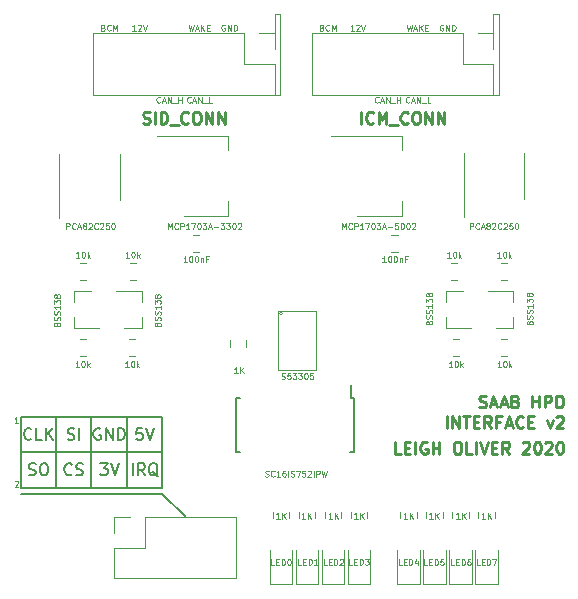
<source format=gbr>
G04 #@! TF.GenerationSoftware,KiCad,Pcbnew,5.1.5-52549c5~86~ubuntu19.04.1*
G04 #@! TF.CreationDate,2020-05-15T20:04:21+10:00*
G04 #@! TF.ProjectId,sid-board-v2,7369642d-626f-4617-9264-2d76322e6b69,rev?*
G04 #@! TF.SameCoordinates,Original*
G04 #@! TF.FileFunction,Legend,Top*
G04 #@! TF.FilePolarity,Positive*
%FSLAX46Y46*%
G04 Gerber Fmt 4.6, Leading zero omitted, Abs format (unit mm)*
G04 Created by KiCad (PCBNEW 5.1.5-52549c5~86~ubuntu19.04.1) date 2020-05-15 20:04:21*
%MOMM*%
%LPD*%
G04 APERTURE LIST*
%ADD10C,0.250000*%
%ADD11C,0.125000*%
%ADD12C,0.150000*%
%ADD13C,0.120000*%
G04 APERTURE END LIST*
D10*
X109329119Y-113228380D02*
X108852928Y-113228380D01*
X108852928Y-112228380D01*
X109662452Y-112704571D02*
X109995785Y-112704571D01*
X110138642Y-113228380D02*
X109662452Y-113228380D01*
X109662452Y-112228380D01*
X110138642Y-112228380D01*
X110567214Y-113228380D02*
X110567214Y-112228380D01*
X111567214Y-112276000D02*
X111471976Y-112228380D01*
X111329119Y-112228380D01*
X111186261Y-112276000D01*
X111091023Y-112371238D01*
X111043404Y-112466476D01*
X110995785Y-112656952D01*
X110995785Y-112799809D01*
X111043404Y-112990285D01*
X111091023Y-113085523D01*
X111186261Y-113180761D01*
X111329119Y-113228380D01*
X111424357Y-113228380D01*
X111567214Y-113180761D01*
X111614833Y-113133142D01*
X111614833Y-112799809D01*
X111424357Y-112799809D01*
X112043404Y-113228380D02*
X112043404Y-112228380D01*
X112043404Y-112704571D02*
X112614833Y-112704571D01*
X112614833Y-113228380D02*
X112614833Y-112228380D01*
X114043404Y-112228380D02*
X114233880Y-112228380D01*
X114329119Y-112276000D01*
X114424357Y-112371238D01*
X114471976Y-112561714D01*
X114471976Y-112895047D01*
X114424357Y-113085523D01*
X114329119Y-113180761D01*
X114233880Y-113228380D01*
X114043404Y-113228380D01*
X113948166Y-113180761D01*
X113852928Y-113085523D01*
X113805309Y-112895047D01*
X113805309Y-112561714D01*
X113852928Y-112371238D01*
X113948166Y-112276000D01*
X114043404Y-112228380D01*
X115376738Y-113228380D02*
X114900547Y-113228380D01*
X114900547Y-112228380D01*
X115710071Y-113228380D02*
X115710071Y-112228380D01*
X116043404Y-112228380D02*
X116376738Y-113228380D01*
X116710071Y-112228380D01*
X117043404Y-112704571D02*
X117376738Y-112704571D01*
X117519595Y-113228380D02*
X117043404Y-113228380D01*
X117043404Y-112228380D01*
X117519595Y-112228380D01*
X118519595Y-113228380D02*
X118186261Y-112752190D01*
X117948166Y-113228380D02*
X117948166Y-112228380D01*
X118329119Y-112228380D01*
X118424357Y-112276000D01*
X118471976Y-112323619D01*
X118519595Y-112418857D01*
X118519595Y-112561714D01*
X118471976Y-112656952D01*
X118424357Y-112704571D01*
X118329119Y-112752190D01*
X117948166Y-112752190D01*
X119662452Y-112323619D02*
X119710071Y-112276000D01*
X119805309Y-112228380D01*
X120043404Y-112228380D01*
X120138642Y-112276000D01*
X120186261Y-112323619D01*
X120233880Y-112418857D01*
X120233880Y-112514095D01*
X120186261Y-112656952D01*
X119614833Y-113228380D01*
X120233880Y-113228380D01*
X120852928Y-112228380D02*
X120948166Y-112228380D01*
X121043404Y-112276000D01*
X121091023Y-112323619D01*
X121138642Y-112418857D01*
X121186261Y-112609333D01*
X121186261Y-112847428D01*
X121138642Y-113037904D01*
X121091023Y-113133142D01*
X121043404Y-113180761D01*
X120948166Y-113228380D01*
X120852928Y-113228380D01*
X120757690Y-113180761D01*
X120710071Y-113133142D01*
X120662452Y-113037904D01*
X120614833Y-112847428D01*
X120614833Y-112609333D01*
X120662452Y-112418857D01*
X120710071Y-112323619D01*
X120757690Y-112276000D01*
X120852928Y-112228380D01*
X121567214Y-112323619D02*
X121614833Y-112276000D01*
X121710071Y-112228380D01*
X121948166Y-112228380D01*
X122043404Y-112276000D01*
X122091023Y-112323619D01*
X122138642Y-112418857D01*
X122138642Y-112514095D01*
X122091023Y-112656952D01*
X121519595Y-113228380D01*
X122138642Y-113228380D01*
X122757690Y-112228380D02*
X122852928Y-112228380D01*
X122948166Y-112276000D01*
X122995785Y-112323619D01*
X123043404Y-112418857D01*
X123091023Y-112609333D01*
X123091023Y-112847428D01*
X123043404Y-113037904D01*
X122995785Y-113133142D01*
X122948166Y-113180761D01*
X122852928Y-113228380D01*
X122757690Y-113228380D01*
X122662452Y-113180761D01*
X122614833Y-113133142D01*
X122567214Y-113037904D01*
X122519595Y-112847428D01*
X122519595Y-112609333D01*
X122567214Y-112418857D01*
X122614833Y-112323619D01*
X122662452Y-112276000D01*
X122757690Y-112228380D01*
X115995785Y-109257761D02*
X116138642Y-109305380D01*
X116376738Y-109305380D01*
X116471976Y-109257761D01*
X116519595Y-109210142D01*
X116567214Y-109114904D01*
X116567214Y-109019666D01*
X116519595Y-108924428D01*
X116471976Y-108876809D01*
X116376738Y-108829190D01*
X116186261Y-108781571D01*
X116091023Y-108733952D01*
X116043404Y-108686333D01*
X115995785Y-108591095D01*
X115995785Y-108495857D01*
X116043404Y-108400619D01*
X116091023Y-108353000D01*
X116186261Y-108305380D01*
X116424357Y-108305380D01*
X116567214Y-108353000D01*
X116948166Y-109019666D02*
X117424357Y-109019666D01*
X116852928Y-109305380D02*
X117186261Y-108305380D01*
X117519595Y-109305380D01*
X117805309Y-109019666D02*
X118281500Y-109019666D01*
X117710071Y-109305380D02*
X118043404Y-108305380D01*
X118376738Y-109305380D01*
X119043404Y-108781571D02*
X119186261Y-108829190D01*
X119233880Y-108876809D01*
X119281500Y-108972047D01*
X119281500Y-109114904D01*
X119233880Y-109210142D01*
X119186261Y-109257761D01*
X119091023Y-109305380D01*
X118710071Y-109305380D01*
X118710071Y-108305380D01*
X119043404Y-108305380D01*
X119138642Y-108353000D01*
X119186261Y-108400619D01*
X119233880Y-108495857D01*
X119233880Y-108591095D01*
X119186261Y-108686333D01*
X119138642Y-108733952D01*
X119043404Y-108781571D01*
X118710071Y-108781571D01*
X120471976Y-109305380D02*
X120471976Y-108305380D01*
X120471976Y-108781571D02*
X121043404Y-108781571D01*
X121043404Y-109305380D02*
X121043404Y-108305380D01*
X121519595Y-109305380D02*
X121519595Y-108305380D01*
X121900547Y-108305380D01*
X121995785Y-108353000D01*
X122043404Y-108400619D01*
X122091023Y-108495857D01*
X122091023Y-108638714D01*
X122043404Y-108733952D01*
X121995785Y-108781571D01*
X121900547Y-108829190D01*
X121519595Y-108829190D01*
X122519595Y-109305380D02*
X122519595Y-108305380D01*
X122757690Y-108305380D01*
X122900547Y-108353000D01*
X122995785Y-108448238D01*
X123043404Y-108543476D01*
X123091023Y-108733952D01*
X123091023Y-108876809D01*
X123043404Y-109067285D01*
X122995785Y-109162523D01*
X122900547Y-109257761D01*
X122757690Y-109305380D01*
X122519595Y-109305380D01*
X113233880Y-111055380D02*
X113233880Y-110055380D01*
X113710071Y-111055380D02*
X113710071Y-110055380D01*
X114281500Y-111055380D01*
X114281500Y-110055380D01*
X114614833Y-110055380D02*
X115186261Y-110055380D01*
X114900547Y-111055380D02*
X114900547Y-110055380D01*
X115519595Y-110531571D02*
X115852928Y-110531571D01*
X115995785Y-111055380D02*
X115519595Y-111055380D01*
X115519595Y-110055380D01*
X115995785Y-110055380D01*
X116995785Y-111055380D02*
X116662452Y-110579190D01*
X116424357Y-111055380D02*
X116424357Y-110055380D01*
X116805309Y-110055380D01*
X116900547Y-110103000D01*
X116948166Y-110150619D01*
X116995785Y-110245857D01*
X116995785Y-110388714D01*
X116948166Y-110483952D01*
X116900547Y-110531571D01*
X116805309Y-110579190D01*
X116424357Y-110579190D01*
X117757690Y-110531571D02*
X117424357Y-110531571D01*
X117424357Y-111055380D02*
X117424357Y-110055380D01*
X117900547Y-110055380D01*
X118233880Y-110769666D02*
X118710071Y-110769666D01*
X118138642Y-111055380D02*
X118471976Y-110055380D01*
X118805309Y-111055380D01*
X119710071Y-110960142D02*
X119662452Y-111007761D01*
X119519595Y-111055380D01*
X119424357Y-111055380D01*
X119281500Y-111007761D01*
X119186261Y-110912523D01*
X119138642Y-110817285D01*
X119091023Y-110626809D01*
X119091023Y-110483952D01*
X119138642Y-110293476D01*
X119186261Y-110198238D01*
X119281500Y-110103000D01*
X119424357Y-110055380D01*
X119519595Y-110055380D01*
X119662452Y-110103000D01*
X119710071Y-110150619D01*
X120138642Y-110531571D02*
X120471976Y-110531571D01*
X120614833Y-111055380D02*
X120138642Y-111055380D01*
X120138642Y-110055380D01*
X120614833Y-110055380D01*
X121710071Y-110388714D02*
X121948166Y-111055380D01*
X122186261Y-110388714D01*
X122519595Y-110150619D02*
X122567214Y-110103000D01*
X122662452Y-110055380D01*
X122900547Y-110055380D01*
X122995785Y-110103000D01*
X123043404Y-110150619D01*
X123091023Y-110245857D01*
X123091023Y-110341095D01*
X123043404Y-110483952D01*
X122471976Y-111055380D01*
X123091023Y-111055380D01*
D11*
X76657142Y-115573809D02*
X76680952Y-115550000D01*
X76728571Y-115526190D01*
X76847619Y-115526190D01*
X76895238Y-115550000D01*
X76919047Y-115573809D01*
X76942857Y-115621428D01*
X76942857Y-115669047D01*
X76919047Y-115740476D01*
X76633333Y-116026190D01*
X76942857Y-116026190D01*
X76942857Y-110626190D02*
X76657142Y-110626190D01*
X76800000Y-110626190D02*
X76800000Y-110126190D01*
X76752380Y-110197619D01*
X76704761Y-110245238D01*
X76657142Y-110269047D01*
D12*
X77150000Y-110100000D02*
X77800000Y-110100000D01*
X89150000Y-116600000D02*
X91150000Y-118600000D01*
X77150000Y-116600000D02*
X89150000Y-116600000D01*
X87459523Y-111052380D02*
X86983333Y-111052380D01*
X86935714Y-111528571D01*
X86983333Y-111480952D01*
X87078571Y-111433333D01*
X87316666Y-111433333D01*
X87411904Y-111480952D01*
X87459523Y-111528571D01*
X87507142Y-111623809D01*
X87507142Y-111861904D01*
X87459523Y-111957142D01*
X87411904Y-112004761D01*
X87316666Y-112052380D01*
X87078571Y-112052380D01*
X86983333Y-112004761D01*
X86935714Y-111957142D01*
X87792857Y-111052380D02*
X88126190Y-112052380D01*
X88459523Y-111052380D01*
X86626190Y-115052380D02*
X86626190Y-114052380D01*
X87673809Y-115052380D02*
X87340476Y-114576190D01*
X87102380Y-115052380D02*
X87102380Y-114052380D01*
X87483333Y-114052380D01*
X87578571Y-114100000D01*
X87626190Y-114147619D01*
X87673809Y-114242857D01*
X87673809Y-114385714D01*
X87626190Y-114480952D01*
X87578571Y-114528571D01*
X87483333Y-114576190D01*
X87102380Y-114576190D01*
X88769047Y-115147619D02*
X88673809Y-115100000D01*
X88578571Y-115004761D01*
X88435714Y-114861904D01*
X88340476Y-114814285D01*
X88245238Y-114814285D01*
X88292857Y-115052380D02*
X88197619Y-115004761D01*
X88102380Y-114909523D01*
X88054761Y-114719047D01*
X88054761Y-114385714D01*
X88102380Y-114195238D01*
X88197619Y-114100000D01*
X88292857Y-114052380D01*
X88483333Y-114052380D01*
X88578571Y-114100000D01*
X88673809Y-114195238D01*
X88721428Y-114385714D01*
X88721428Y-114719047D01*
X88673809Y-114909523D01*
X88578571Y-115004761D01*
X88483333Y-115052380D01*
X88292857Y-115052380D01*
X83888095Y-114052380D02*
X84507142Y-114052380D01*
X84173809Y-114433333D01*
X84316666Y-114433333D01*
X84411904Y-114480952D01*
X84459523Y-114528571D01*
X84507142Y-114623809D01*
X84507142Y-114861904D01*
X84459523Y-114957142D01*
X84411904Y-115004761D01*
X84316666Y-115052380D01*
X84030952Y-115052380D01*
X83935714Y-115004761D01*
X83888095Y-114957142D01*
X84792857Y-114052380D02*
X85126190Y-115052380D01*
X85459523Y-114052380D01*
X81483333Y-114957142D02*
X81435714Y-115004761D01*
X81292857Y-115052380D01*
X81197619Y-115052380D01*
X81054761Y-115004761D01*
X80959523Y-114909523D01*
X80911904Y-114814285D01*
X80864285Y-114623809D01*
X80864285Y-114480952D01*
X80911904Y-114290476D01*
X80959523Y-114195238D01*
X81054761Y-114100000D01*
X81197619Y-114052380D01*
X81292857Y-114052380D01*
X81435714Y-114100000D01*
X81483333Y-114147619D01*
X81864285Y-115004761D02*
X82007142Y-115052380D01*
X82245238Y-115052380D01*
X82340476Y-115004761D01*
X82388095Y-114957142D01*
X82435714Y-114861904D01*
X82435714Y-114766666D01*
X82388095Y-114671428D01*
X82340476Y-114623809D01*
X82245238Y-114576190D01*
X82054761Y-114528571D01*
X81959523Y-114480952D01*
X81911904Y-114433333D01*
X81864285Y-114338095D01*
X81864285Y-114242857D01*
X81911904Y-114147619D01*
X81959523Y-114100000D01*
X82054761Y-114052380D01*
X82292857Y-114052380D01*
X82435714Y-114100000D01*
X77840476Y-115004761D02*
X77983333Y-115052380D01*
X78221428Y-115052380D01*
X78316666Y-115004761D01*
X78364285Y-114957142D01*
X78411904Y-114861904D01*
X78411904Y-114766666D01*
X78364285Y-114671428D01*
X78316666Y-114623809D01*
X78221428Y-114576190D01*
X78030952Y-114528571D01*
X77935714Y-114480952D01*
X77888095Y-114433333D01*
X77840476Y-114338095D01*
X77840476Y-114242857D01*
X77888095Y-114147619D01*
X77935714Y-114100000D01*
X78030952Y-114052380D01*
X78269047Y-114052380D01*
X78411904Y-114100000D01*
X79030952Y-114052380D02*
X79221428Y-114052380D01*
X79316666Y-114100000D01*
X79411904Y-114195238D01*
X79459523Y-114385714D01*
X79459523Y-114719047D01*
X79411904Y-114909523D01*
X79316666Y-115004761D01*
X79221428Y-115052380D01*
X79030952Y-115052380D01*
X78935714Y-115004761D01*
X78840476Y-114909523D01*
X78792857Y-114719047D01*
X78792857Y-114385714D01*
X78840476Y-114195238D01*
X78935714Y-114100000D01*
X79030952Y-114052380D01*
X83888095Y-111100000D02*
X83792857Y-111052380D01*
X83650000Y-111052380D01*
X83507142Y-111100000D01*
X83411904Y-111195238D01*
X83364285Y-111290476D01*
X83316666Y-111480952D01*
X83316666Y-111623809D01*
X83364285Y-111814285D01*
X83411904Y-111909523D01*
X83507142Y-112004761D01*
X83650000Y-112052380D01*
X83745238Y-112052380D01*
X83888095Y-112004761D01*
X83935714Y-111957142D01*
X83935714Y-111623809D01*
X83745238Y-111623809D01*
X84364285Y-112052380D02*
X84364285Y-111052380D01*
X84935714Y-112052380D01*
X84935714Y-111052380D01*
X85411904Y-112052380D02*
X85411904Y-111052380D01*
X85650000Y-111052380D01*
X85792857Y-111100000D01*
X85888095Y-111195238D01*
X85935714Y-111290476D01*
X85983333Y-111480952D01*
X85983333Y-111623809D01*
X85935714Y-111814285D01*
X85888095Y-111909523D01*
X85792857Y-112004761D01*
X85650000Y-112052380D01*
X85411904Y-112052380D01*
X81126190Y-112004761D02*
X81269047Y-112052380D01*
X81507142Y-112052380D01*
X81602380Y-112004761D01*
X81650000Y-111957142D01*
X81697619Y-111861904D01*
X81697619Y-111766666D01*
X81650000Y-111671428D01*
X81602380Y-111623809D01*
X81507142Y-111576190D01*
X81316666Y-111528571D01*
X81221428Y-111480952D01*
X81173809Y-111433333D01*
X81126190Y-111338095D01*
X81126190Y-111242857D01*
X81173809Y-111147619D01*
X81221428Y-111100000D01*
X81316666Y-111052380D01*
X81554761Y-111052380D01*
X81697619Y-111100000D01*
X82126190Y-112052380D02*
X82126190Y-111052380D01*
X78054761Y-111957142D02*
X78007142Y-112004761D01*
X77864285Y-112052380D01*
X77769047Y-112052380D01*
X77626190Y-112004761D01*
X77530952Y-111909523D01*
X77483333Y-111814285D01*
X77435714Y-111623809D01*
X77435714Y-111480952D01*
X77483333Y-111290476D01*
X77530952Y-111195238D01*
X77626190Y-111100000D01*
X77769047Y-111052380D01*
X77864285Y-111052380D01*
X78007142Y-111100000D01*
X78054761Y-111147619D01*
X78959523Y-112052380D02*
X78483333Y-112052380D01*
X78483333Y-111052380D01*
X79292857Y-112052380D02*
X79292857Y-111052380D01*
X79864285Y-112052380D02*
X79435714Y-111480952D01*
X79864285Y-111052380D02*
X79292857Y-111623809D01*
X89150000Y-110100000D02*
X89150000Y-116100000D01*
X86150000Y-116100000D02*
X86150000Y-110100000D01*
X83150000Y-110100000D02*
X83150000Y-116100000D01*
X80150000Y-116100000D02*
X80150000Y-110100000D01*
X77150000Y-113100000D02*
X89150000Y-113100000D01*
X89150000Y-116100000D02*
X77150000Y-116100000D01*
X77150000Y-110100000D02*
X89150000Y-110100000D01*
X77150000Y-116100000D02*
X77150000Y-110100000D01*
D13*
X99314000Y-101346000D02*
G75*
G03X99314000Y-101346000I-127000J0D01*
G01*
X98933000Y-101117400D02*
X102158800Y-101117400D01*
X98933000Y-106133900D02*
X98933000Y-101117400D01*
X102146100Y-106133900D02*
X98933000Y-106133900D01*
X102146100Y-101117400D02*
X102146100Y-106133900D01*
X99128000Y-82830500D02*
X99128000Y-82513000D01*
X98680000Y-82830500D02*
X99128000Y-82830500D01*
X99128000Y-76036000D02*
X99128000Y-82513000D01*
X98680000Y-76036000D02*
X99128000Y-76036000D01*
X98680000Y-77627000D02*
X98680000Y-76036000D01*
X98680000Y-77627000D02*
X98680000Y-78957000D01*
X97350000Y-77627000D02*
X98680000Y-77627000D01*
X98680000Y-80227000D02*
X98680000Y-82827000D01*
X96080000Y-80227000D02*
X98680000Y-80227000D01*
X96080000Y-77627000D02*
X96080000Y-80227000D01*
X98680000Y-82827000D02*
X83320000Y-82827000D01*
X96080000Y-77627000D02*
X83320000Y-77627000D01*
X83320000Y-77627000D02*
X83320000Y-82827000D01*
X117628000Y-82830500D02*
X117628000Y-82513000D01*
X117180000Y-82830500D02*
X117628000Y-82830500D01*
X117628000Y-76036000D02*
X117628000Y-82513000D01*
X117180000Y-76036000D02*
X117628000Y-76036000D01*
X117180000Y-77627000D02*
X117180000Y-76036000D01*
X117180000Y-77627000D02*
X117180000Y-78957000D01*
X115850000Y-77627000D02*
X117180000Y-77627000D01*
X117180000Y-80227000D02*
X117180000Y-82827000D01*
X114580000Y-80227000D02*
X117180000Y-80227000D01*
X114580000Y-77627000D02*
X114580000Y-80227000D01*
X117180000Y-82827000D02*
X101820000Y-82827000D01*
X114580000Y-77627000D02*
X101820000Y-77627000D01*
X101820000Y-77627000D02*
X101820000Y-82827000D01*
D12*
X105375000Y-108475000D02*
X105150000Y-108475000D01*
X105375000Y-113125000D02*
X105050000Y-113125000D01*
X95425000Y-113125000D02*
X95750000Y-113125000D01*
X95425000Y-108475000D02*
X95750000Y-108475000D01*
X105375000Y-108475000D02*
X105375000Y-113125000D01*
X95425000Y-108475000D02*
X95425000Y-113125000D01*
X105150000Y-108475000D02*
X105150000Y-107400000D01*
D13*
X108538748Y-94690000D02*
X109061252Y-94690000D01*
X108538748Y-96110000D02*
X109061252Y-96110000D01*
X91738748Y-96110000D02*
X92261252Y-96110000D01*
X91738748Y-94690000D02*
X92261252Y-94690000D01*
X81640000Y-99420000D02*
X81640000Y-100350000D01*
X81640000Y-102580000D02*
X81640000Y-101650000D01*
X81640000Y-102580000D02*
X83800000Y-102580000D01*
X81640000Y-99420000D02*
X83100000Y-99420000D01*
X96260000Y-104161252D02*
X96260000Y-103638748D01*
X94840000Y-104161252D02*
X94840000Y-103638748D01*
X94710000Y-93110000D02*
X94710000Y-91850000D01*
X94710000Y-86290000D02*
X94710000Y-87550000D01*
X90950000Y-93110000D02*
X94710000Y-93110000D01*
X88700000Y-86290000D02*
X94710000Y-86290000D01*
X119810000Y-89750000D02*
X119810000Y-87800000D01*
X119810000Y-89750000D02*
X119810000Y-91700000D01*
X114690000Y-89750000D02*
X114690000Y-87800000D01*
X114690000Y-89750000D02*
X114690000Y-93200000D01*
X85560000Y-89800000D02*
X85560000Y-87850000D01*
X85560000Y-89800000D02*
X85560000Y-91750000D01*
X80440000Y-89800000D02*
X80440000Y-87850000D01*
X80440000Y-89800000D02*
X80440000Y-93250000D01*
X103400000Y-86290000D02*
X109410000Y-86290000D01*
X105650000Y-93110000D02*
X109410000Y-93110000D01*
X109410000Y-86290000D02*
X109410000Y-87550000D01*
X109410000Y-93110000D02*
X109410000Y-91850000D01*
X117560000Y-124260000D02*
X117560000Y-121400000D01*
X115640000Y-124260000D02*
X117560000Y-124260000D01*
X115640000Y-121400000D02*
X115640000Y-124260000D01*
X113440000Y-121400000D02*
X113440000Y-124260000D01*
X113440000Y-124260000D02*
X115360000Y-124260000D01*
X115360000Y-124260000D02*
X115360000Y-121400000D01*
X113160000Y-124260000D02*
X113160000Y-121400000D01*
X111240000Y-124260000D02*
X113160000Y-124260000D01*
X111240000Y-121400000D02*
X111240000Y-124260000D01*
X109040000Y-121400000D02*
X109040000Y-124260000D01*
X109040000Y-124260000D02*
X110960000Y-124260000D01*
X110960000Y-124260000D02*
X110960000Y-121400000D01*
X106760000Y-124260000D02*
X106760000Y-121400000D01*
X104840000Y-124260000D02*
X106760000Y-124260000D01*
X104840000Y-121400000D02*
X104840000Y-124260000D01*
X102640000Y-121400000D02*
X102640000Y-124260000D01*
X102640000Y-124260000D02*
X104560000Y-124260000D01*
X104560000Y-124260000D02*
X104560000Y-121400000D01*
X102360000Y-124260000D02*
X102360000Y-121400000D01*
X100440000Y-124260000D02*
X102360000Y-124260000D01*
X100440000Y-121400000D02*
X100440000Y-124260000D01*
X98240000Y-121400000D02*
X98240000Y-124260000D01*
X98240000Y-124260000D02*
X100160000Y-124260000D01*
X100160000Y-124260000D02*
X100160000Y-121400000D01*
X118860000Y-102580000D02*
X118860000Y-101650000D01*
X118860000Y-99420000D02*
X118860000Y-100350000D01*
X118860000Y-99420000D02*
X116700000Y-99420000D01*
X118860000Y-102580000D02*
X117400000Y-102580000D01*
X113140000Y-99420000D02*
X113140000Y-100350000D01*
X113140000Y-102580000D02*
X113140000Y-101650000D01*
X113140000Y-102580000D02*
X115300000Y-102580000D01*
X113140000Y-99420000D02*
X114600000Y-99420000D01*
X87393333Y-102580000D02*
X85933333Y-102580000D01*
X87393333Y-99420000D02*
X85233333Y-99420000D01*
X87393333Y-99420000D02*
X87393333Y-100350000D01*
X87393333Y-102580000D02*
X87393333Y-101650000D01*
X117838748Y-98510000D02*
X118361252Y-98510000D01*
X117838748Y-97090000D02*
X118361252Y-97090000D01*
X117813748Y-104960000D02*
X118336252Y-104960000D01*
X117813748Y-103540000D02*
X118336252Y-103540000D01*
X114127918Y-97090000D02*
X113605414Y-97090000D01*
X114127918Y-98510000D02*
X113605414Y-98510000D01*
X114261252Y-104960000D02*
X113738748Y-104960000D01*
X114261252Y-103540000D02*
X113738748Y-103540000D01*
X86372081Y-97090000D02*
X86894585Y-97090000D01*
X86372081Y-98510000D02*
X86894585Y-98510000D01*
X86338748Y-103540000D02*
X86861252Y-103540000D01*
X86338748Y-104960000D02*
X86861252Y-104960000D01*
X82661252Y-97090000D02*
X82138748Y-97090000D01*
X82661252Y-98510000D02*
X82138748Y-98510000D01*
X82661252Y-103540000D02*
X82138748Y-103540000D01*
X82661252Y-104960000D02*
X82138748Y-104960000D01*
X117310000Y-118163748D02*
X117310000Y-118686252D01*
X115890000Y-118163748D02*
X115890000Y-118686252D01*
X115110000Y-118163748D02*
X115110000Y-118686252D01*
X113690000Y-118163748D02*
X113690000Y-118686252D01*
X112910000Y-118163748D02*
X112910000Y-118686252D01*
X111490000Y-118163748D02*
X111490000Y-118686252D01*
X109290000Y-118163748D02*
X109290000Y-118686252D01*
X110710000Y-118163748D02*
X110710000Y-118686252D01*
X106510000Y-118163748D02*
X106510000Y-118686252D01*
X105090000Y-118163748D02*
X105090000Y-118686252D01*
X102890000Y-118163748D02*
X102890000Y-118686252D01*
X104310000Y-118163748D02*
X104310000Y-118686252D01*
X102110000Y-118163748D02*
X102110000Y-118686252D01*
X100690000Y-118163748D02*
X100690000Y-118686252D01*
X98490000Y-118163748D02*
X98490000Y-118686252D01*
X99910000Y-118163748D02*
X99910000Y-118686252D01*
X85070000Y-123770000D02*
X85070000Y-121170000D01*
X85070000Y-123770000D02*
X95350000Y-123770000D01*
X95350000Y-123770000D02*
X95350000Y-118570000D01*
X87670000Y-118570000D02*
X95350000Y-118570000D01*
X87670000Y-121170000D02*
X87670000Y-118570000D01*
X85070000Y-121170000D02*
X87670000Y-121170000D01*
X85070000Y-118570000D02*
X86400000Y-118570000D01*
X85070000Y-119900000D02*
X85070000Y-118570000D01*
D11*
X99250666Y-106882380D02*
X99322095Y-106906190D01*
X99441142Y-106906190D01*
X99488761Y-106882380D01*
X99512571Y-106858571D01*
X99536380Y-106810952D01*
X99536380Y-106763333D01*
X99512571Y-106715714D01*
X99488761Y-106691904D01*
X99441142Y-106668095D01*
X99345904Y-106644285D01*
X99298285Y-106620476D01*
X99274476Y-106596666D01*
X99250666Y-106549047D01*
X99250666Y-106501428D01*
X99274476Y-106453809D01*
X99298285Y-106430000D01*
X99345904Y-106406190D01*
X99464952Y-106406190D01*
X99536380Y-106430000D01*
X99988761Y-106406190D02*
X99750666Y-106406190D01*
X99726857Y-106644285D01*
X99750666Y-106620476D01*
X99798285Y-106596666D01*
X99917333Y-106596666D01*
X99964952Y-106620476D01*
X99988761Y-106644285D01*
X100012571Y-106691904D01*
X100012571Y-106810952D01*
X99988761Y-106858571D01*
X99964952Y-106882380D01*
X99917333Y-106906190D01*
X99798285Y-106906190D01*
X99750666Y-106882380D01*
X99726857Y-106858571D01*
X100179238Y-106406190D02*
X100488761Y-106406190D01*
X100322095Y-106596666D01*
X100393523Y-106596666D01*
X100441142Y-106620476D01*
X100464952Y-106644285D01*
X100488761Y-106691904D01*
X100488761Y-106810952D01*
X100464952Y-106858571D01*
X100441142Y-106882380D01*
X100393523Y-106906190D01*
X100250666Y-106906190D01*
X100203047Y-106882380D01*
X100179238Y-106858571D01*
X100655428Y-106406190D02*
X100964952Y-106406190D01*
X100798285Y-106596666D01*
X100869714Y-106596666D01*
X100917333Y-106620476D01*
X100941142Y-106644285D01*
X100964952Y-106691904D01*
X100964952Y-106810952D01*
X100941142Y-106858571D01*
X100917333Y-106882380D01*
X100869714Y-106906190D01*
X100726857Y-106906190D01*
X100679238Y-106882380D01*
X100655428Y-106858571D01*
X101274476Y-106406190D02*
X101322095Y-106406190D01*
X101369714Y-106430000D01*
X101393523Y-106453809D01*
X101417333Y-106501428D01*
X101441142Y-106596666D01*
X101441142Y-106715714D01*
X101417333Y-106810952D01*
X101393523Y-106858571D01*
X101369714Y-106882380D01*
X101322095Y-106906190D01*
X101274476Y-106906190D01*
X101226857Y-106882380D01*
X101203047Y-106858571D01*
X101179238Y-106810952D01*
X101155428Y-106715714D01*
X101155428Y-106596666D01*
X101179238Y-106501428D01*
X101203047Y-106453809D01*
X101226857Y-106430000D01*
X101274476Y-106406190D01*
X101893523Y-106406190D02*
X101655428Y-106406190D01*
X101631619Y-106644285D01*
X101655428Y-106620476D01*
X101703047Y-106596666D01*
X101822095Y-106596666D01*
X101869714Y-106620476D01*
X101893523Y-106644285D01*
X101917333Y-106691904D01*
X101917333Y-106810952D01*
X101893523Y-106858571D01*
X101869714Y-106882380D01*
X101822095Y-106906190D01*
X101703047Y-106906190D01*
X101655428Y-106882380D01*
X101631619Y-106858571D01*
D10*
X87523809Y-85240761D02*
X87666666Y-85288380D01*
X87904761Y-85288380D01*
X88000000Y-85240761D01*
X88047619Y-85193142D01*
X88095238Y-85097904D01*
X88095238Y-85002666D01*
X88047619Y-84907428D01*
X88000000Y-84859809D01*
X87904761Y-84812190D01*
X87714285Y-84764571D01*
X87619047Y-84716952D01*
X87571428Y-84669333D01*
X87523809Y-84574095D01*
X87523809Y-84478857D01*
X87571428Y-84383619D01*
X87619047Y-84336000D01*
X87714285Y-84288380D01*
X87952380Y-84288380D01*
X88095238Y-84336000D01*
X88523809Y-85288380D02*
X88523809Y-84288380D01*
X89000000Y-85288380D02*
X89000000Y-84288380D01*
X89238095Y-84288380D01*
X89380952Y-84336000D01*
X89476190Y-84431238D01*
X89523809Y-84526476D01*
X89571428Y-84716952D01*
X89571428Y-84859809D01*
X89523809Y-85050285D01*
X89476190Y-85145523D01*
X89380952Y-85240761D01*
X89238095Y-85288380D01*
X89000000Y-85288380D01*
X89761904Y-85383619D02*
X90523809Y-85383619D01*
X91333333Y-85193142D02*
X91285714Y-85240761D01*
X91142857Y-85288380D01*
X91047619Y-85288380D01*
X90904761Y-85240761D01*
X90809523Y-85145523D01*
X90761904Y-85050285D01*
X90714285Y-84859809D01*
X90714285Y-84716952D01*
X90761904Y-84526476D01*
X90809523Y-84431238D01*
X90904761Y-84336000D01*
X91047619Y-84288380D01*
X91142857Y-84288380D01*
X91285714Y-84336000D01*
X91333333Y-84383619D01*
X91952380Y-84288380D02*
X92142857Y-84288380D01*
X92238095Y-84336000D01*
X92333333Y-84431238D01*
X92380952Y-84621714D01*
X92380952Y-84955047D01*
X92333333Y-85145523D01*
X92238095Y-85240761D01*
X92142857Y-85288380D01*
X91952380Y-85288380D01*
X91857142Y-85240761D01*
X91761904Y-85145523D01*
X91714285Y-84955047D01*
X91714285Y-84621714D01*
X91761904Y-84431238D01*
X91857142Y-84336000D01*
X91952380Y-84288380D01*
X92809523Y-85288380D02*
X92809523Y-84288380D01*
X93380952Y-85288380D01*
X93380952Y-84288380D01*
X93857142Y-85288380D02*
X93857142Y-84288380D01*
X94428571Y-85288380D01*
X94428571Y-84288380D01*
D11*
X91555714Y-83453571D02*
X91531904Y-83477380D01*
X91460476Y-83501190D01*
X91412857Y-83501190D01*
X91341428Y-83477380D01*
X91293809Y-83429761D01*
X91270000Y-83382142D01*
X91246190Y-83286904D01*
X91246190Y-83215476D01*
X91270000Y-83120238D01*
X91293809Y-83072619D01*
X91341428Y-83025000D01*
X91412857Y-83001190D01*
X91460476Y-83001190D01*
X91531904Y-83025000D01*
X91555714Y-83048809D01*
X91746190Y-83358333D02*
X91984285Y-83358333D01*
X91698571Y-83501190D02*
X91865238Y-83001190D01*
X92031904Y-83501190D01*
X92198571Y-83501190D02*
X92198571Y-83001190D01*
X92484285Y-83501190D01*
X92484285Y-83001190D01*
X92603333Y-83548809D02*
X92984285Y-83548809D01*
X93341428Y-83501190D02*
X93103333Y-83501190D01*
X93103333Y-83001190D01*
X88956190Y-83453571D02*
X88932380Y-83477380D01*
X88860952Y-83501190D01*
X88813333Y-83501190D01*
X88741904Y-83477380D01*
X88694285Y-83429761D01*
X88670476Y-83382142D01*
X88646666Y-83286904D01*
X88646666Y-83215476D01*
X88670476Y-83120238D01*
X88694285Y-83072619D01*
X88741904Y-83025000D01*
X88813333Y-83001190D01*
X88860952Y-83001190D01*
X88932380Y-83025000D01*
X88956190Y-83048809D01*
X89146666Y-83358333D02*
X89384761Y-83358333D01*
X89099047Y-83501190D02*
X89265714Y-83001190D01*
X89432380Y-83501190D01*
X89599047Y-83501190D02*
X89599047Y-83001190D01*
X89884761Y-83501190D01*
X89884761Y-83001190D01*
X90003809Y-83548809D02*
X90384761Y-83548809D01*
X90503809Y-83501190D02*
X90503809Y-83001190D01*
X90503809Y-83239285D02*
X90789523Y-83239285D01*
X90789523Y-83501190D02*
X90789523Y-83001190D01*
X84150000Y-77143285D02*
X84221428Y-77167095D01*
X84245238Y-77190904D01*
X84269047Y-77238523D01*
X84269047Y-77309952D01*
X84245238Y-77357571D01*
X84221428Y-77381380D01*
X84173809Y-77405190D01*
X83983333Y-77405190D01*
X83983333Y-76905190D01*
X84150000Y-76905190D01*
X84197619Y-76929000D01*
X84221428Y-76952809D01*
X84245238Y-77000428D01*
X84245238Y-77048047D01*
X84221428Y-77095666D01*
X84197619Y-77119476D01*
X84150000Y-77143285D01*
X83983333Y-77143285D01*
X84769047Y-77357571D02*
X84745238Y-77381380D01*
X84673809Y-77405190D01*
X84626190Y-77405190D01*
X84554761Y-77381380D01*
X84507142Y-77333761D01*
X84483333Y-77286142D01*
X84459523Y-77190904D01*
X84459523Y-77119476D01*
X84483333Y-77024238D01*
X84507142Y-76976619D01*
X84554761Y-76929000D01*
X84626190Y-76905190D01*
X84673809Y-76905190D01*
X84745238Y-76929000D01*
X84769047Y-76952809D01*
X84983333Y-77405190D02*
X84983333Y-76905190D01*
X85150000Y-77262333D01*
X85316666Y-76905190D01*
X85316666Y-77405190D01*
X86880476Y-77405190D02*
X86594761Y-77405190D01*
X86737619Y-77405190D02*
X86737619Y-76905190D01*
X86690000Y-76976619D01*
X86642380Y-77024238D01*
X86594761Y-77048047D01*
X87070952Y-76952809D02*
X87094761Y-76929000D01*
X87142380Y-76905190D01*
X87261428Y-76905190D01*
X87309047Y-76929000D01*
X87332857Y-76952809D01*
X87356666Y-77000428D01*
X87356666Y-77048047D01*
X87332857Y-77119476D01*
X87047142Y-77405190D01*
X87356666Y-77405190D01*
X87499523Y-76905190D02*
X87666190Y-77405190D01*
X87832857Y-76905190D01*
X91365238Y-76905190D02*
X91484285Y-77405190D01*
X91579523Y-77048047D01*
X91674761Y-77405190D01*
X91793809Y-76905190D01*
X91960476Y-77262333D02*
X92198571Y-77262333D01*
X91912857Y-77405190D02*
X92079523Y-76905190D01*
X92246190Y-77405190D01*
X92412857Y-77405190D02*
X92412857Y-76905190D01*
X92698571Y-77405190D02*
X92484285Y-77119476D01*
X92698571Y-76905190D02*
X92412857Y-77190904D01*
X92912857Y-77143285D02*
X93079523Y-77143285D01*
X93150952Y-77405190D02*
X92912857Y-77405190D01*
X92912857Y-76905190D01*
X93150952Y-76905190D01*
X94429047Y-76929000D02*
X94381428Y-76905190D01*
X94310000Y-76905190D01*
X94238571Y-76929000D01*
X94190952Y-76976619D01*
X94167142Y-77024238D01*
X94143333Y-77119476D01*
X94143333Y-77190904D01*
X94167142Y-77286142D01*
X94190952Y-77333761D01*
X94238571Y-77381380D01*
X94310000Y-77405190D01*
X94357619Y-77405190D01*
X94429047Y-77381380D01*
X94452857Y-77357571D01*
X94452857Y-77190904D01*
X94357619Y-77190904D01*
X94667142Y-77405190D02*
X94667142Y-76905190D01*
X94952857Y-77405190D01*
X94952857Y-76905190D01*
X95190952Y-77405190D02*
X95190952Y-76905190D01*
X95310000Y-76905190D01*
X95381428Y-76929000D01*
X95429047Y-76976619D01*
X95452857Y-77024238D01*
X95476666Y-77119476D01*
X95476666Y-77190904D01*
X95452857Y-77286142D01*
X95429047Y-77333761D01*
X95381428Y-77381380D01*
X95310000Y-77405190D01*
X95190952Y-77405190D01*
D10*
X105976190Y-85288380D02*
X105976190Y-84288380D01*
X107023809Y-85193142D02*
X106976190Y-85240761D01*
X106833333Y-85288380D01*
X106738095Y-85288380D01*
X106595238Y-85240761D01*
X106500000Y-85145523D01*
X106452380Y-85050285D01*
X106404761Y-84859809D01*
X106404761Y-84716952D01*
X106452380Y-84526476D01*
X106500000Y-84431238D01*
X106595238Y-84336000D01*
X106738095Y-84288380D01*
X106833333Y-84288380D01*
X106976190Y-84336000D01*
X107023809Y-84383619D01*
X107452380Y-85288380D02*
X107452380Y-84288380D01*
X107785714Y-85002666D01*
X108119047Y-84288380D01*
X108119047Y-85288380D01*
X108357142Y-85383619D02*
X109119047Y-85383619D01*
X109928571Y-85193142D02*
X109880952Y-85240761D01*
X109738095Y-85288380D01*
X109642857Y-85288380D01*
X109500000Y-85240761D01*
X109404761Y-85145523D01*
X109357142Y-85050285D01*
X109309523Y-84859809D01*
X109309523Y-84716952D01*
X109357142Y-84526476D01*
X109404761Y-84431238D01*
X109500000Y-84336000D01*
X109642857Y-84288380D01*
X109738095Y-84288380D01*
X109880952Y-84336000D01*
X109928571Y-84383619D01*
X110547619Y-84288380D02*
X110738095Y-84288380D01*
X110833333Y-84336000D01*
X110928571Y-84431238D01*
X110976190Y-84621714D01*
X110976190Y-84955047D01*
X110928571Y-85145523D01*
X110833333Y-85240761D01*
X110738095Y-85288380D01*
X110547619Y-85288380D01*
X110452380Y-85240761D01*
X110357142Y-85145523D01*
X110309523Y-84955047D01*
X110309523Y-84621714D01*
X110357142Y-84431238D01*
X110452380Y-84336000D01*
X110547619Y-84288380D01*
X111404761Y-85288380D02*
X111404761Y-84288380D01*
X111976190Y-85288380D01*
X111976190Y-84288380D01*
X112452380Y-85288380D02*
X112452380Y-84288380D01*
X113023809Y-85288380D01*
X113023809Y-84288380D01*
D11*
X110055714Y-83453571D02*
X110031904Y-83477380D01*
X109960476Y-83501190D01*
X109912857Y-83501190D01*
X109841428Y-83477380D01*
X109793809Y-83429761D01*
X109770000Y-83382142D01*
X109746190Y-83286904D01*
X109746190Y-83215476D01*
X109770000Y-83120238D01*
X109793809Y-83072619D01*
X109841428Y-83025000D01*
X109912857Y-83001190D01*
X109960476Y-83001190D01*
X110031904Y-83025000D01*
X110055714Y-83048809D01*
X110246190Y-83358333D02*
X110484285Y-83358333D01*
X110198571Y-83501190D02*
X110365238Y-83001190D01*
X110531904Y-83501190D01*
X110698571Y-83501190D02*
X110698571Y-83001190D01*
X110984285Y-83501190D01*
X110984285Y-83001190D01*
X111103333Y-83548809D02*
X111484285Y-83548809D01*
X111841428Y-83501190D02*
X111603333Y-83501190D01*
X111603333Y-83001190D01*
X107456190Y-83453571D02*
X107432380Y-83477380D01*
X107360952Y-83501190D01*
X107313333Y-83501190D01*
X107241904Y-83477380D01*
X107194285Y-83429761D01*
X107170476Y-83382142D01*
X107146666Y-83286904D01*
X107146666Y-83215476D01*
X107170476Y-83120238D01*
X107194285Y-83072619D01*
X107241904Y-83025000D01*
X107313333Y-83001190D01*
X107360952Y-83001190D01*
X107432380Y-83025000D01*
X107456190Y-83048809D01*
X107646666Y-83358333D02*
X107884761Y-83358333D01*
X107599047Y-83501190D02*
X107765714Y-83001190D01*
X107932380Y-83501190D01*
X108099047Y-83501190D02*
X108099047Y-83001190D01*
X108384761Y-83501190D01*
X108384761Y-83001190D01*
X108503809Y-83548809D02*
X108884761Y-83548809D01*
X109003809Y-83501190D02*
X109003809Y-83001190D01*
X109003809Y-83239285D02*
X109289523Y-83239285D01*
X109289523Y-83501190D02*
X109289523Y-83001190D01*
X102650000Y-77143285D02*
X102721428Y-77167095D01*
X102745238Y-77190904D01*
X102769047Y-77238523D01*
X102769047Y-77309952D01*
X102745238Y-77357571D01*
X102721428Y-77381380D01*
X102673809Y-77405190D01*
X102483333Y-77405190D01*
X102483333Y-76905190D01*
X102650000Y-76905190D01*
X102697619Y-76929000D01*
X102721428Y-76952809D01*
X102745238Y-77000428D01*
X102745238Y-77048047D01*
X102721428Y-77095666D01*
X102697619Y-77119476D01*
X102650000Y-77143285D01*
X102483333Y-77143285D01*
X103269047Y-77357571D02*
X103245238Y-77381380D01*
X103173809Y-77405190D01*
X103126190Y-77405190D01*
X103054761Y-77381380D01*
X103007142Y-77333761D01*
X102983333Y-77286142D01*
X102959523Y-77190904D01*
X102959523Y-77119476D01*
X102983333Y-77024238D01*
X103007142Y-76976619D01*
X103054761Y-76929000D01*
X103126190Y-76905190D01*
X103173809Y-76905190D01*
X103245238Y-76929000D01*
X103269047Y-76952809D01*
X103483333Y-77405190D02*
X103483333Y-76905190D01*
X103650000Y-77262333D01*
X103816666Y-76905190D01*
X103816666Y-77405190D01*
X105380476Y-77405190D02*
X105094761Y-77405190D01*
X105237619Y-77405190D02*
X105237619Y-76905190D01*
X105190000Y-76976619D01*
X105142380Y-77024238D01*
X105094761Y-77048047D01*
X105570952Y-76952809D02*
X105594761Y-76929000D01*
X105642380Y-76905190D01*
X105761428Y-76905190D01*
X105809047Y-76929000D01*
X105832857Y-76952809D01*
X105856666Y-77000428D01*
X105856666Y-77048047D01*
X105832857Y-77119476D01*
X105547142Y-77405190D01*
X105856666Y-77405190D01*
X105999523Y-76905190D02*
X106166190Y-77405190D01*
X106332857Y-76905190D01*
X109865238Y-76905190D02*
X109984285Y-77405190D01*
X110079523Y-77048047D01*
X110174761Y-77405190D01*
X110293809Y-76905190D01*
X110460476Y-77262333D02*
X110698571Y-77262333D01*
X110412857Y-77405190D02*
X110579523Y-76905190D01*
X110746190Y-77405190D01*
X110912857Y-77405190D02*
X110912857Y-76905190D01*
X111198571Y-77405190D02*
X110984285Y-77119476D01*
X111198571Y-76905190D02*
X110912857Y-77190904D01*
X111412857Y-77143285D02*
X111579523Y-77143285D01*
X111650952Y-77405190D02*
X111412857Y-77405190D01*
X111412857Y-76905190D01*
X111650952Y-76905190D01*
X112929047Y-76929000D02*
X112881428Y-76905190D01*
X112810000Y-76905190D01*
X112738571Y-76929000D01*
X112690952Y-76976619D01*
X112667142Y-77024238D01*
X112643333Y-77119476D01*
X112643333Y-77190904D01*
X112667142Y-77286142D01*
X112690952Y-77333761D01*
X112738571Y-77381380D01*
X112810000Y-77405190D01*
X112857619Y-77405190D01*
X112929047Y-77381380D01*
X112952857Y-77357571D01*
X112952857Y-77190904D01*
X112857619Y-77190904D01*
X113167142Y-77405190D02*
X113167142Y-76905190D01*
X113452857Y-77405190D01*
X113452857Y-76905190D01*
X113690952Y-77405190D02*
X113690952Y-76905190D01*
X113810000Y-76905190D01*
X113881428Y-76929000D01*
X113929047Y-76976619D01*
X113952857Y-77024238D01*
X113976666Y-77119476D01*
X113976666Y-77190904D01*
X113952857Y-77286142D01*
X113929047Y-77333761D01*
X113881428Y-77381380D01*
X113810000Y-77405190D01*
X113690952Y-77405190D01*
X97861761Y-115137380D02*
X97933190Y-115161190D01*
X98052238Y-115161190D01*
X98099857Y-115137380D01*
X98123666Y-115113571D01*
X98147476Y-115065952D01*
X98147476Y-115018333D01*
X98123666Y-114970714D01*
X98099857Y-114946904D01*
X98052238Y-114923095D01*
X97957000Y-114899285D01*
X97909380Y-114875476D01*
X97885571Y-114851666D01*
X97861761Y-114804047D01*
X97861761Y-114756428D01*
X97885571Y-114708809D01*
X97909380Y-114685000D01*
X97957000Y-114661190D01*
X98076047Y-114661190D01*
X98147476Y-114685000D01*
X98647476Y-115113571D02*
X98623666Y-115137380D01*
X98552238Y-115161190D01*
X98504619Y-115161190D01*
X98433190Y-115137380D01*
X98385571Y-115089761D01*
X98361761Y-115042142D01*
X98337952Y-114946904D01*
X98337952Y-114875476D01*
X98361761Y-114780238D01*
X98385571Y-114732619D01*
X98433190Y-114685000D01*
X98504619Y-114661190D01*
X98552238Y-114661190D01*
X98623666Y-114685000D01*
X98647476Y-114708809D01*
X99123666Y-115161190D02*
X98837952Y-115161190D01*
X98980809Y-115161190D02*
X98980809Y-114661190D01*
X98933190Y-114732619D01*
X98885571Y-114780238D01*
X98837952Y-114804047D01*
X99552238Y-114661190D02*
X99457000Y-114661190D01*
X99409380Y-114685000D01*
X99385571Y-114708809D01*
X99337952Y-114780238D01*
X99314142Y-114875476D01*
X99314142Y-115065952D01*
X99337952Y-115113571D01*
X99361761Y-115137380D01*
X99409380Y-115161190D01*
X99504619Y-115161190D01*
X99552238Y-115137380D01*
X99576047Y-115113571D01*
X99599857Y-115065952D01*
X99599857Y-114946904D01*
X99576047Y-114899285D01*
X99552238Y-114875476D01*
X99504619Y-114851666D01*
X99409380Y-114851666D01*
X99361761Y-114875476D01*
X99337952Y-114899285D01*
X99314142Y-114946904D01*
X99814142Y-115161190D02*
X99814142Y-114661190D01*
X100028428Y-115137380D02*
X100099857Y-115161190D01*
X100218904Y-115161190D01*
X100266523Y-115137380D01*
X100290333Y-115113571D01*
X100314142Y-115065952D01*
X100314142Y-115018333D01*
X100290333Y-114970714D01*
X100266523Y-114946904D01*
X100218904Y-114923095D01*
X100123666Y-114899285D01*
X100076047Y-114875476D01*
X100052238Y-114851666D01*
X100028428Y-114804047D01*
X100028428Y-114756428D01*
X100052238Y-114708809D01*
X100076047Y-114685000D01*
X100123666Y-114661190D01*
X100242714Y-114661190D01*
X100314142Y-114685000D01*
X100480809Y-114661190D02*
X100814142Y-114661190D01*
X100599857Y-115161190D01*
X101242714Y-114661190D02*
X101004619Y-114661190D01*
X100980809Y-114899285D01*
X101004619Y-114875476D01*
X101052238Y-114851666D01*
X101171285Y-114851666D01*
X101218904Y-114875476D01*
X101242714Y-114899285D01*
X101266523Y-114946904D01*
X101266523Y-115065952D01*
X101242714Y-115113571D01*
X101218904Y-115137380D01*
X101171285Y-115161190D01*
X101052238Y-115161190D01*
X101004619Y-115137380D01*
X100980809Y-115113571D01*
X101457000Y-114708809D02*
X101480809Y-114685000D01*
X101528428Y-114661190D01*
X101647476Y-114661190D01*
X101695095Y-114685000D01*
X101718904Y-114708809D01*
X101742714Y-114756428D01*
X101742714Y-114804047D01*
X101718904Y-114875476D01*
X101433190Y-115161190D01*
X101742714Y-115161190D01*
X101957000Y-115161190D02*
X101957000Y-114661190D01*
X102195095Y-115161190D02*
X102195095Y-114661190D01*
X102385571Y-114661190D01*
X102433190Y-114685000D01*
X102457000Y-114708809D01*
X102480809Y-114756428D01*
X102480809Y-114827857D01*
X102457000Y-114875476D01*
X102433190Y-114899285D01*
X102385571Y-114923095D01*
X102195095Y-114923095D01*
X102647476Y-114661190D02*
X102766523Y-115161190D01*
X102861761Y-114804047D01*
X102957000Y-115161190D01*
X103076047Y-114661190D01*
X108065190Y-97000190D02*
X107779476Y-97000190D01*
X107922333Y-97000190D02*
X107922333Y-96500190D01*
X107874714Y-96571619D01*
X107827095Y-96619238D01*
X107779476Y-96643047D01*
X108374714Y-96500190D02*
X108422333Y-96500190D01*
X108469952Y-96524000D01*
X108493761Y-96547809D01*
X108517571Y-96595428D01*
X108541380Y-96690666D01*
X108541380Y-96809714D01*
X108517571Y-96904952D01*
X108493761Y-96952571D01*
X108469952Y-96976380D01*
X108422333Y-97000190D01*
X108374714Y-97000190D01*
X108327095Y-96976380D01*
X108303285Y-96952571D01*
X108279476Y-96904952D01*
X108255666Y-96809714D01*
X108255666Y-96690666D01*
X108279476Y-96595428D01*
X108303285Y-96547809D01*
X108327095Y-96524000D01*
X108374714Y-96500190D01*
X108850904Y-96500190D02*
X108898523Y-96500190D01*
X108946142Y-96524000D01*
X108969952Y-96547809D01*
X108993761Y-96595428D01*
X109017571Y-96690666D01*
X109017571Y-96809714D01*
X108993761Y-96904952D01*
X108969952Y-96952571D01*
X108946142Y-96976380D01*
X108898523Y-97000190D01*
X108850904Y-97000190D01*
X108803285Y-96976380D01*
X108779476Y-96952571D01*
X108755666Y-96904952D01*
X108731857Y-96809714D01*
X108731857Y-96690666D01*
X108755666Y-96595428D01*
X108779476Y-96547809D01*
X108803285Y-96524000D01*
X108850904Y-96500190D01*
X109231857Y-96666857D02*
X109231857Y-97000190D01*
X109231857Y-96714476D02*
X109255666Y-96690666D01*
X109303285Y-96666857D01*
X109374714Y-96666857D01*
X109422333Y-96690666D01*
X109446142Y-96738285D01*
X109446142Y-97000190D01*
X109850904Y-96738285D02*
X109684238Y-96738285D01*
X109684238Y-97000190D02*
X109684238Y-96500190D01*
X109922333Y-96500190D01*
X91226190Y-97000190D02*
X90940476Y-97000190D01*
X91083333Y-97000190D02*
X91083333Y-96500190D01*
X91035714Y-96571619D01*
X90988095Y-96619238D01*
X90940476Y-96643047D01*
X91535714Y-96500190D02*
X91583333Y-96500190D01*
X91630952Y-96524000D01*
X91654761Y-96547809D01*
X91678571Y-96595428D01*
X91702380Y-96690666D01*
X91702380Y-96809714D01*
X91678571Y-96904952D01*
X91654761Y-96952571D01*
X91630952Y-96976380D01*
X91583333Y-97000190D01*
X91535714Y-97000190D01*
X91488095Y-96976380D01*
X91464285Y-96952571D01*
X91440476Y-96904952D01*
X91416666Y-96809714D01*
X91416666Y-96690666D01*
X91440476Y-96595428D01*
X91464285Y-96547809D01*
X91488095Y-96524000D01*
X91535714Y-96500190D01*
X92011904Y-96500190D02*
X92059523Y-96500190D01*
X92107142Y-96524000D01*
X92130952Y-96547809D01*
X92154761Y-96595428D01*
X92178571Y-96690666D01*
X92178571Y-96809714D01*
X92154761Y-96904952D01*
X92130952Y-96952571D01*
X92107142Y-96976380D01*
X92059523Y-97000190D01*
X92011904Y-97000190D01*
X91964285Y-96976380D01*
X91940476Y-96952571D01*
X91916666Y-96904952D01*
X91892857Y-96809714D01*
X91892857Y-96690666D01*
X91916666Y-96595428D01*
X91940476Y-96547809D01*
X91964285Y-96524000D01*
X92011904Y-96500190D01*
X92392857Y-96666857D02*
X92392857Y-97000190D01*
X92392857Y-96714476D02*
X92416666Y-96690666D01*
X92464285Y-96666857D01*
X92535714Y-96666857D01*
X92583333Y-96690666D01*
X92607142Y-96738285D01*
X92607142Y-97000190D01*
X93011904Y-96738285D02*
X92845238Y-96738285D01*
X92845238Y-97000190D02*
X92845238Y-96500190D01*
X93083333Y-96500190D01*
X80228285Y-102246761D02*
X80252095Y-102175333D01*
X80275904Y-102151523D01*
X80323523Y-102127714D01*
X80394952Y-102127714D01*
X80442571Y-102151523D01*
X80466380Y-102175333D01*
X80490190Y-102222952D01*
X80490190Y-102413428D01*
X79990190Y-102413428D01*
X79990190Y-102246761D01*
X80014000Y-102199142D01*
X80037809Y-102175333D01*
X80085428Y-102151523D01*
X80133047Y-102151523D01*
X80180666Y-102175333D01*
X80204476Y-102199142D01*
X80228285Y-102246761D01*
X80228285Y-102413428D01*
X80466380Y-101937238D02*
X80490190Y-101865809D01*
X80490190Y-101746761D01*
X80466380Y-101699142D01*
X80442571Y-101675333D01*
X80394952Y-101651523D01*
X80347333Y-101651523D01*
X80299714Y-101675333D01*
X80275904Y-101699142D01*
X80252095Y-101746761D01*
X80228285Y-101842000D01*
X80204476Y-101889619D01*
X80180666Y-101913428D01*
X80133047Y-101937238D01*
X80085428Y-101937238D01*
X80037809Y-101913428D01*
X80014000Y-101889619D01*
X79990190Y-101842000D01*
X79990190Y-101722952D01*
X80014000Y-101651523D01*
X80466380Y-101461047D02*
X80490190Y-101389619D01*
X80490190Y-101270571D01*
X80466380Y-101222952D01*
X80442571Y-101199142D01*
X80394952Y-101175333D01*
X80347333Y-101175333D01*
X80299714Y-101199142D01*
X80275904Y-101222952D01*
X80252095Y-101270571D01*
X80228285Y-101365809D01*
X80204476Y-101413428D01*
X80180666Y-101437238D01*
X80133047Y-101461047D01*
X80085428Y-101461047D01*
X80037809Y-101437238D01*
X80014000Y-101413428D01*
X79990190Y-101365809D01*
X79990190Y-101246761D01*
X80014000Y-101175333D01*
X80490190Y-100699142D02*
X80490190Y-100984857D01*
X80490190Y-100842000D02*
X79990190Y-100842000D01*
X80061619Y-100889619D01*
X80109238Y-100937238D01*
X80133047Y-100984857D01*
X79990190Y-100532476D02*
X79990190Y-100222952D01*
X80180666Y-100389619D01*
X80180666Y-100318190D01*
X80204476Y-100270571D01*
X80228285Y-100246761D01*
X80275904Y-100222952D01*
X80394952Y-100222952D01*
X80442571Y-100246761D01*
X80466380Y-100270571D01*
X80490190Y-100318190D01*
X80490190Y-100461047D01*
X80466380Y-100508666D01*
X80442571Y-100532476D01*
X80204476Y-99937238D02*
X80180666Y-99984857D01*
X80156857Y-100008666D01*
X80109238Y-100032476D01*
X80085428Y-100032476D01*
X80037809Y-100008666D01*
X80014000Y-99984857D01*
X79990190Y-99937238D01*
X79990190Y-99842000D01*
X80014000Y-99794380D01*
X80037809Y-99770571D01*
X80085428Y-99746761D01*
X80109238Y-99746761D01*
X80156857Y-99770571D01*
X80180666Y-99794380D01*
X80204476Y-99842000D01*
X80204476Y-99937238D01*
X80228285Y-99984857D01*
X80252095Y-100008666D01*
X80299714Y-100032476D01*
X80394952Y-100032476D01*
X80442571Y-100008666D01*
X80466380Y-99984857D01*
X80490190Y-99937238D01*
X80490190Y-99842000D01*
X80466380Y-99794380D01*
X80442571Y-99770571D01*
X80394952Y-99746761D01*
X80299714Y-99746761D01*
X80252095Y-99770571D01*
X80228285Y-99794380D01*
X80204476Y-99842000D01*
X95523857Y-106398190D02*
X95238142Y-106398190D01*
X95381000Y-106398190D02*
X95381000Y-105898190D01*
X95333380Y-105969619D01*
X95285761Y-106017238D01*
X95238142Y-106041047D01*
X95738142Y-106398190D02*
X95738142Y-105898190D01*
X96023857Y-106398190D02*
X95809571Y-106112476D01*
X96023857Y-105898190D02*
X95738142Y-106183904D01*
X89614761Y-94206190D02*
X89614761Y-93706190D01*
X89781428Y-94063333D01*
X89948095Y-93706190D01*
X89948095Y-94206190D01*
X90471904Y-94158571D02*
X90448095Y-94182380D01*
X90376666Y-94206190D01*
X90329047Y-94206190D01*
X90257619Y-94182380D01*
X90210000Y-94134761D01*
X90186190Y-94087142D01*
X90162380Y-93991904D01*
X90162380Y-93920476D01*
X90186190Y-93825238D01*
X90210000Y-93777619D01*
X90257619Y-93730000D01*
X90329047Y-93706190D01*
X90376666Y-93706190D01*
X90448095Y-93730000D01*
X90471904Y-93753809D01*
X90686190Y-94206190D02*
X90686190Y-93706190D01*
X90876666Y-93706190D01*
X90924285Y-93730000D01*
X90948095Y-93753809D01*
X90971904Y-93801428D01*
X90971904Y-93872857D01*
X90948095Y-93920476D01*
X90924285Y-93944285D01*
X90876666Y-93968095D01*
X90686190Y-93968095D01*
X91448095Y-94206190D02*
X91162380Y-94206190D01*
X91305238Y-94206190D02*
X91305238Y-93706190D01*
X91257619Y-93777619D01*
X91210000Y-93825238D01*
X91162380Y-93849047D01*
X91614761Y-93706190D02*
X91948095Y-93706190D01*
X91733809Y-94206190D01*
X92233809Y-93706190D02*
X92281428Y-93706190D01*
X92329047Y-93730000D01*
X92352857Y-93753809D01*
X92376666Y-93801428D01*
X92400476Y-93896666D01*
X92400476Y-94015714D01*
X92376666Y-94110952D01*
X92352857Y-94158571D01*
X92329047Y-94182380D01*
X92281428Y-94206190D01*
X92233809Y-94206190D01*
X92186190Y-94182380D01*
X92162380Y-94158571D01*
X92138571Y-94110952D01*
X92114761Y-94015714D01*
X92114761Y-93896666D01*
X92138571Y-93801428D01*
X92162380Y-93753809D01*
X92186190Y-93730000D01*
X92233809Y-93706190D01*
X92567142Y-93706190D02*
X92876666Y-93706190D01*
X92710000Y-93896666D01*
X92781428Y-93896666D01*
X92829047Y-93920476D01*
X92852857Y-93944285D01*
X92876666Y-93991904D01*
X92876666Y-94110952D01*
X92852857Y-94158571D01*
X92829047Y-94182380D01*
X92781428Y-94206190D01*
X92638571Y-94206190D01*
X92590952Y-94182380D01*
X92567142Y-94158571D01*
X93067142Y-94063333D02*
X93305238Y-94063333D01*
X93019523Y-94206190D02*
X93186190Y-93706190D01*
X93352857Y-94206190D01*
X93519523Y-94015714D02*
X93900476Y-94015714D01*
X94090952Y-93706190D02*
X94400476Y-93706190D01*
X94233809Y-93896666D01*
X94305238Y-93896666D01*
X94352857Y-93920476D01*
X94376666Y-93944285D01*
X94400476Y-93991904D01*
X94400476Y-94110952D01*
X94376666Y-94158571D01*
X94352857Y-94182380D01*
X94305238Y-94206190D01*
X94162380Y-94206190D01*
X94114761Y-94182380D01*
X94090952Y-94158571D01*
X94567142Y-93706190D02*
X94876666Y-93706190D01*
X94710000Y-93896666D01*
X94781428Y-93896666D01*
X94829047Y-93920476D01*
X94852857Y-93944285D01*
X94876666Y-93991904D01*
X94876666Y-94110952D01*
X94852857Y-94158571D01*
X94829047Y-94182380D01*
X94781428Y-94206190D01*
X94638571Y-94206190D01*
X94590952Y-94182380D01*
X94567142Y-94158571D01*
X95186190Y-93706190D02*
X95233809Y-93706190D01*
X95281428Y-93730000D01*
X95305238Y-93753809D01*
X95329047Y-93801428D01*
X95352857Y-93896666D01*
X95352857Y-94015714D01*
X95329047Y-94110952D01*
X95305238Y-94158571D01*
X95281428Y-94182380D01*
X95233809Y-94206190D01*
X95186190Y-94206190D01*
X95138571Y-94182380D01*
X95114761Y-94158571D01*
X95090952Y-94110952D01*
X95067142Y-94015714D01*
X95067142Y-93896666D01*
X95090952Y-93801428D01*
X95114761Y-93753809D01*
X95138571Y-93730000D01*
X95186190Y-93706190D01*
X95543333Y-93753809D02*
X95567142Y-93730000D01*
X95614761Y-93706190D01*
X95733809Y-93706190D01*
X95781428Y-93730000D01*
X95805238Y-93753809D01*
X95829047Y-93801428D01*
X95829047Y-93849047D01*
X95805238Y-93920476D01*
X95519523Y-94206190D01*
X95829047Y-94206190D01*
X115185285Y-94206190D02*
X115185285Y-93706190D01*
X115375761Y-93706190D01*
X115423380Y-93730000D01*
X115447190Y-93753809D01*
X115471000Y-93801428D01*
X115471000Y-93872857D01*
X115447190Y-93920476D01*
X115423380Y-93944285D01*
X115375761Y-93968095D01*
X115185285Y-93968095D01*
X115971000Y-94158571D02*
X115947190Y-94182380D01*
X115875761Y-94206190D01*
X115828142Y-94206190D01*
X115756714Y-94182380D01*
X115709095Y-94134761D01*
X115685285Y-94087142D01*
X115661476Y-93991904D01*
X115661476Y-93920476D01*
X115685285Y-93825238D01*
X115709095Y-93777619D01*
X115756714Y-93730000D01*
X115828142Y-93706190D01*
X115875761Y-93706190D01*
X115947190Y-93730000D01*
X115971000Y-93753809D01*
X116161476Y-94063333D02*
X116399571Y-94063333D01*
X116113857Y-94206190D02*
X116280523Y-93706190D01*
X116447190Y-94206190D01*
X116685285Y-93920476D02*
X116637666Y-93896666D01*
X116613857Y-93872857D01*
X116590047Y-93825238D01*
X116590047Y-93801428D01*
X116613857Y-93753809D01*
X116637666Y-93730000D01*
X116685285Y-93706190D01*
X116780523Y-93706190D01*
X116828142Y-93730000D01*
X116851952Y-93753809D01*
X116875761Y-93801428D01*
X116875761Y-93825238D01*
X116851952Y-93872857D01*
X116828142Y-93896666D01*
X116780523Y-93920476D01*
X116685285Y-93920476D01*
X116637666Y-93944285D01*
X116613857Y-93968095D01*
X116590047Y-94015714D01*
X116590047Y-94110952D01*
X116613857Y-94158571D01*
X116637666Y-94182380D01*
X116685285Y-94206190D01*
X116780523Y-94206190D01*
X116828142Y-94182380D01*
X116851952Y-94158571D01*
X116875761Y-94110952D01*
X116875761Y-94015714D01*
X116851952Y-93968095D01*
X116828142Y-93944285D01*
X116780523Y-93920476D01*
X117066238Y-93753809D02*
X117090047Y-93730000D01*
X117137666Y-93706190D01*
X117256714Y-93706190D01*
X117304333Y-93730000D01*
X117328142Y-93753809D01*
X117351952Y-93801428D01*
X117351952Y-93849047D01*
X117328142Y-93920476D01*
X117042428Y-94206190D01*
X117351952Y-94206190D01*
X117851952Y-94158571D02*
X117828142Y-94182380D01*
X117756714Y-94206190D01*
X117709095Y-94206190D01*
X117637666Y-94182380D01*
X117590047Y-94134761D01*
X117566238Y-94087142D01*
X117542428Y-93991904D01*
X117542428Y-93920476D01*
X117566238Y-93825238D01*
X117590047Y-93777619D01*
X117637666Y-93730000D01*
X117709095Y-93706190D01*
X117756714Y-93706190D01*
X117828142Y-93730000D01*
X117851952Y-93753809D01*
X118042428Y-93753809D02*
X118066238Y-93730000D01*
X118113857Y-93706190D01*
X118232904Y-93706190D01*
X118280523Y-93730000D01*
X118304333Y-93753809D01*
X118328142Y-93801428D01*
X118328142Y-93849047D01*
X118304333Y-93920476D01*
X118018619Y-94206190D01*
X118328142Y-94206190D01*
X118780523Y-93706190D02*
X118542428Y-93706190D01*
X118518619Y-93944285D01*
X118542428Y-93920476D01*
X118590047Y-93896666D01*
X118709095Y-93896666D01*
X118756714Y-93920476D01*
X118780523Y-93944285D01*
X118804333Y-93991904D01*
X118804333Y-94110952D01*
X118780523Y-94158571D01*
X118756714Y-94182380D01*
X118709095Y-94206190D01*
X118590047Y-94206190D01*
X118542428Y-94182380D01*
X118518619Y-94158571D01*
X119113857Y-93706190D02*
X119161476Y-93706190D01*
X119209095Y-93730000D01*
X119232904Y-93753809D01*
X119256714Y-93801428D01*
X119280523Y-93896666D01*
X119280523Y-94015714D01*
X119256714Y-94110952D01*
X119232904Y-94158571D01*
X119209095Y-94182380D01*
X119161476Y-94206190D01*
X119113857Y-94206190D01*
X119066238Y-94182380D01*
X119042428Y-94158571D01*
X119018619Y-94110952D01*
X118994809Y-94015714D01*
X118994809Y-93896666D01*
X119018619Y-93801428D01*
X119042428Y-93753809D01*
X119066238Y-93730000D01*
X119113857Y-93706190D01*
X81022285Y-94206190D02*
X81022285Y-93706190D01*
X81212761Y-93706190D01*
X81260380Y-93730000D01*
X81284190Y-93753809D01*
X81308000Y-93801428D01*
X81308000Y-93872857D01*
X81284190Y-93920476D01*
X81260380Y-93944285D01*
X81212761Y-93968095D01*
X81022285Y-93968095D01*
X81808000Y-94158571D02*
X81784190Y-94182380D01*
X81712761Y-94206190D01*
X81665142Y-94206190D01*
X81593714Y-94182380D01*
X81546095Y-94134761D01*
X81522285Y-94087142D01*
X81498476Y-93991904D01*
X81498476Y-93920476D01*
X81522285Y-93825238D01*
X81546095Y-93777619D01*
X81593714Y-93730000D01*
X81665142Y-93706190D01*
X81712761Y-93706190D01*
X81784190Y-93730000D01*
X81808000Y-93753809D01*
X81998476Y-94063333D02*
X82236571Y-94063333D01*
X81950857Y-94206190D02*
X82117523Y-93706190D01*
X82284190Y-94206190D01*
X82522285Y-93920476D02*
X82474666Y-93896666D01*
X82450857Y-93872857D01*
X82427047Y-93825238D01*
X82427047Y-93801428D01*
X82450857Y-93753809D01*
X82474666Y-93730000D01*
X82522285Y-93706190D01*
X82617523Y-93706190D01*
X82665142Y-93730000D01*
X82688952Y-93753809D01*
X82712761Y-93801428D01*
X82712761Y-93825238D01*
X82688952Y-93872857D01*
X82665142Y-93896666D01*
X82617523Y-93920476D01*
X82522285Y-93920476D01*
X82474666Y-93944285D01*
X82450857Y-93968095D01*
X82427047Y-94015714D01*
X82427047Y-94110952D01*
X82450857Y-94158571D01*
X82474666Y-94182380D01*
X82522285Y-94206190D01*
X82617523Y-94206190D01*
X82665142Y-94182380D01*
X82688952Y-94158571D01*
X82712761Y-94110952D01*
X82712761Y-94015714D01*
X82688952Y-93968095D01*
X82665142Y-93944285D01*
X82617523Y-93920476D01*
X82903238Y-93753809D02*
X82927047Y-93730000D01*
X82974666Y-93706190D01*
X83093714Y-93706190D01*
X83141333Y-93730000D01*
X83165142Y-93753809D01*
X83188952Y-93801428D01*
X83188952Y-93849047D01*
X83165142Y-93920476D01*
X82879428Y-94206190D01*
X83188952Y-94206190D01*
X83688952Y-94158571D02*
X83665142Y-94182380D01*
X83593714Y-94206190D01*
X83546095Y-94206190D01*
X83474666Y-94182380D01*
X83427047Y-94134761D01*
X83403238Y-94087142D01*
X83379428Y-93991904D01*
X83379428Y-93920476D01*
X83403238Y-93825238D01*
X83427047Y-93777619D01*
X83474666Y-93730000D01*
X83546095Y-93706190D01*
X83593714Y-93706190D01*
X83665142Y-93730000D01*
X83688952Y-93753809D01*
X83879428Y-93753809D02*
X83903238Y-93730000D01*
X83950857Y-93706190D01*
X84069904Y-93706190D01*
X84117523Y-93730000D01*
X84141333Y-93753809D01*
X84165142Y-93801428D01*
X84165142Y-93849047D01*
X84141333Y-93920476D01*
X83855619Y-94206190D01*
X84165142Y-94206190D01*
X84617523Y-93706190D02*
X84379428Y-93706190D01*
X84355619Y-93944285D01*
X84379428Y-93920476D01*
X84427047Y-93896666D01*
X84546095Y-93896666D01*
X84593714Y-93920476D01*
X84617523Y-93944285D01*
X84641333Y-93991904D01*
X84641333Y-94110952D01*
X84617523Y-94158571D01*
X84593714Y-94182380D01*
X84546095Y-94206190D01*
X84427047Y-94206190D01*
X84379428Y-94182380D01*
X84355619Y-94158571D01*
X84950857Y-93706190D02*
X84998476Y-93706190D01*
X85046095Y-93730000D01*
X85069904Y-93753809D01*
X85093714Y-93801428D01*
X85117523Y-93896666D01*
X85117523Y-94015714D01*
X85093714Y-94110952D01*
X85069904Y-94158571D01*
X85046095Y-94182380D01*
X84998476Y-94206190D01*
X84950857Y-94206190D01*
X84903238Y-94182380D01*
X84879428Y-94158571D01*
X84855619Y-94110952D01*
X84831809Y-94015714D01*
X84831809Y-93896666D01*
X84855619Y-93801428D01*
X84879428Y-93753809D01*
X84903238Y-93730000D01*
X84950857Y-93706190D01*
X104346761Y-94206190D02*
X104346761Y-93706190D01*
X104513428Y-94063333D01*
X104680095Y-93706190D01*
X104680095Y-94206190D01*
X105203904Y-94158571D02*
X105180095Y-94182380D01*
X105108666Y-94206190D01*
X105061047Y-94206190D01*
X104989619Y-94182380D01*
X104942000Y-94134761D01*
X104918190Y-94087142D01*
X104894380Y-93991904D01*
X104894380Y-93920476D01*
X104918190Y-93825238D01*
X104942000Y-93777619D01*
X104989619Y-93730000D01*
X105061047Y-93706190D01*
X105108666Y-93706190D01*
X105180095Y-93730000D01*
X105203904Y-93753809D01*
X105418190Y-94206190D02*
X105418190Y-93706190D01*
X105608666Y-93706190D01*
X105656285Y-93730000D01*
X105680095Y-93753809D01*
X105703904Y-93801428D01*
X105703904Y-93872857D01*
X105680095Y-93920476D01*
X105656285Y-93944285D01*
X105608666Y-93968095D01*
X105418190Y-93968095D01*
X106180095Y-94206190D02*
X105894380Y-94206190D01*
X106037238Y-94206190D02*
X106037238Y-93706190D01*
X105989619Y-93777619D01*
X105942000Y-93825238D01*
X105894380Y-93849047D01*
X106346761Y-93706190D02*
X106680095Y-93706190D01*
X106465809Y-94206190D01*
X106965809Y-93706190D02*
X107013428Y-93706190D01*
X107061047Y-93730000D01*
X107084857Y-93753809D01*
X107108666Y-93801428D01*
X107132476Y-93896666D01*
X107132476Y-94015714D01*
X107108666Y-94110952D01*
X107084857Y-94158571D01*
X107061047Y-94182380D01*
X107013428Y-94206190D01*
X106965809Y-94206190D01*
X106918190Y-94182380D01*
X106894380Y-94158571D01*
X106870571Y-94110952D01*
X106846761Y-94015714D01*
X106846761Y-93896666D01*
X106870571Y-93801428D01*
X106894380Y-93753809D01*
X106918190Y-93730000D01*
X106965809Y-93706190D01*
X107299142Y-93706190D02*
X107608666Y-93706190D01*
X107442000Y-93896666D01*
X107513428Y-93896666D01*
X107561047Y-93920476D01*
X107584857Y-93944285D01*
X107608666Y-93991904D01*
X107608666Y-94110952D01*
X107584857Y-94158571D01*
X107561047Y-94182380D01*
X107513428Y-94206190D01*
X107370571Y-94206190D01*
X107322952Y-94182380D01*
X107299142Y-94158571D01*
X107799142Y-94063333D02*
X108037238Y-94063333D01*
X107751523Y-94206190D02*
X107918190Y-93706190D01*
X108084857Y-94206190D01*
X108251523Y-94015714D02*
X108632476Y-94015714D01*
X109108666Y-93706190D02*
X108870571Y-93706190D01*
X108846761Y-93944285D01*
X108870571Y-93920476D01*
X108918190Y-93896666D01*
X109037238Y-93896666D01*
X109084857Y-93920476D01*
X109108666Y-93944285D01*
X109132476Y-93991904D01*
X109132476Y-94110952D01*
X109108666Y-94158571D01*
X109084857Y-94182380D01*
X109037238Y-94206190D01*
X108918190Y-94206190D01*
X108870571Y-94182380D01*
X108846761Y-94158571D01*
X109442000Y-93706190D02*
X109489619Y-93706190D01*
X109537238Y-93730000D01*
X109561047Y-93753809D01*
X109584857Y-93801428D01*
X109608666Y-93896666D01*
X109608666Y-94015714D01*
X109584857Y-94110952D01*
X109561047Y-94158571D01*
X109537238Y-94182380D01*
X109489619Y-94206190D01*
X109442000Y-94206190D01*
X109394380Y-94182380D01*
X109370571Y-94158571D01*
X109346761Y-94110952D01*
X109322952Y-94015714D01*
X109322952Y-93896666D01*
X109346761Y-93801428D01*
X109370571Y-93753809D01*
X109394380Y-93730000D01*
X109442000Y-93706190D01*
X109918190Y-93706190D02*
X109965809Y-93706190D01*
X110013428Y-93730000D01*
X110037238Y-93753809D01*
X110061047Y-93801428D01*
X110084857Y-93896666D01*
X110084857Y-94015714D01*
X110061047Y-94110952D01*
X110037238Y-94158571D01*
X110013428Y-94182380D01*
X109965809Y-94206190D01*
X109918190Y-94206190D01*
X109870571Y-94182380D01*
X109846761Y-94158571D01*
X109822952Y-94110952D01*
X109799142Y-94015714D01*
X109799142Y-93896666D01*
X109822952Y-93801428D01*
X109846761Y-93753809D01*
X109870571Y-93730000D01*
X109918190Y-93706190D01*
X110275333Y-93753809D02*
X110299142Y-93730000D01*
X110346761Y-93706190D01*
X110465809Y-93706190D01*
X110513428Y-93730000D01*
X110537238Y-93753809D01*
X110561047Y-93801428D01*
X110561047Y-93849047D01*
X110537238Y-93920476D01*
X110251523Y-94206190D01*
X110561047Y-94206190D01*
X116026476Y-122626190D02*
X115788380Y-122626190D01*
X115788380Y-122126190D01*
X116193142Y-122364285D02*
X116359809Y-122364285D01*
X116431238Y-122626190D02*
X116193142Y-122626190D01*
X116193142Y-122126190D01*
X116431238Y-122126190D01*
X116645523Y-122626190D02*
X116645523Y-122126190D01*
X116764571Y-122126190D01*
X116836000Y-122150000D01*
X116883619Y-122197619D01*
X116907428Y-122245238D01*
X116931238Y-122340476D01*
X116931238Y-122411904D01*
X116907428Y-122507142D01*
X116883619Y-122554761D01*
X116836000Y-122602380D01*
X116764571Y-122626190D01*
X116645523Y-122626190D01*
X117097904Y-122126190D02*
X117431238Y-122126190D01*
X117216952Y-122626190D01*
X113867476Y-122654190D02*
X113629380Y-122654190D01*
X113629380Y-122154190D01*
X114034142Y-122392285D02*
X114200809Y-122392285D01*
X114272238Y-122654190D02*
X114034142Y-122654190D01*
X114034142Y-122154190D01*
X114272238Y-122154190D01*
X114486523Y-122654190D02*
X114486523Y-122154190D01*
X114605571Y-122154190D01*
X114677000Y-122178000D01*
X114724619Y-122225619D01*
X114748428Y-122273238D01*
X114772238Y-122368476D01*
X114772238Y-122439904D01*
X114748428Y-122535142D01*
X114724619Y-122582761D01*
X114677000Y-122630380D01*
X114605571Y-122654190D01*
X114486523Y-122654190D01*
X115200809Y-122154190D02*
X115105571Y-122154190D01*
X115057952Y-122178000D01*
X115034142Y-122201809D01*
X114986523Y-122273238D01*
X114962714Y-122368476D01*
X114962714Y-122558952D01*
X114986523Y-122606571D01*
X115010333Y-122630380D01*
X115057952Y-122654190D01*
X115153190Y-122654190D01*
X115200809Y-122630380D01*
X115224619Y-122606571D01*
X115248428Y-122558952D01*
X115248428Y-122439904D01*
X115224619Y-122392285D01*
X115200809Y-122368476D01*
X115153190Y-122344666D01*
X115057952Y-122344666D01*
X115010333Y-122368476D01*
X114986523Y-122392285D01*
X114962714Y-122439904D01*
X111581476Y-122654190D02*
X111343380Y-122654190D01*
X111343380Y-122154190D01*
X111748142Y-122392285D02*
X111914809Y-122392285D01*
X111986238Y-122654190D02*
X111748142Y-122654190D01*
X111748142Y-122154190D01*
X111986238Y-122154190D01*
X112200523Y-122654190D02*
X112200523Y-122154190D01*
X112319571Y-122154190D01*
X112391000Y-122178000D01*
X112438619Y-122225619D01*
X112462428Y-122273238D01*
X112486238Y-122368476D01*
X112486238Y-122439904D01*
X112462428Y-122535142D01*
X112438619Y-122582761D01*
X112391000Y-122630380D01*
X112319571Y-122654190D01*
X112200523Y-122654190D01*
X112938619Y-122154190D02*
X112700523Y-122154190D01*
X112676714Y-122392285D01*
X112700523Y-122368476D01*
X112748142Y-122344666D01*
X112867190Y-122344666D01*
X112914809Y-122368476D01*
X112938619Y-122392285D01*
X112962428Y-122439904D01*
X112962428Y-122558952D01*
X112938619Y-122606571D01*
X112914809Y-122630380D01*
X112867190Y-122654190D01*
X112748142Y-122654190D01*
X112700523Y-122630380D01*
X112676714Y-122606571D01*
X109422476Y-122626190D02*
X109184380Y-122626190D01*
X109184380Y-122126190D01*
X109589142Y-122364285D02*
X109755809Y-122364285D01*
X109827238Y-122626190D02*
X109589142Y-122626190D01*
X109589142Y-122126190D01*
X109827238Y-122126190D01*
X110041523Y-122626190D02*
X110041523Y-122126190D01*
X110160571Y-122126190D01*
X110232000Y-122150000D01*
X110279619Y-122197619D01*
X110303428Y-122245238D01*
X110327238Y-122340476D01*
X110327238Y-122411904D01*
X110303428Y-122507142D01*
X110279619Y-122554761D01*
X110232000Y-122602380D01*
X110160571Y-122626190D01*
X110041523Y-122626190D01*
X110755809Y-122292857D02*
X110755809Y-122626190D01*
X110636761Y-122102380D02*
X110517714Y-122459523D01*
X110827238Y-122459523D01*
X105231476Y-122626190D02*
X104993380Y-122626190D01*
X104993380Y-122126190D01*
X105398142Y-122364285D02*
X105564809Y-122364285D01*
X105636238Y-122626190D02*
X105398142Y-122626190D01*
X105398142Y-122126190D01*
X105636238Y-122126190D01*
X105850523Y-122626190D02*
X105850523Y-122126190D01*
X105969571Y-122126190D01*
X106041000Y-122150000D01*
X106088619Y-122197619D01*
X106112428Y-122245238D01*
X106136238Y-122340476D01*
X106136238Y-122411904D01*
X106112428Y-122507142D01*
X106088619Y-122554761D01*
X106041000Y-122602380D01*
X105969571Y-122626190D01*
X105850523Y-122626190D01*
X106302904Y-122126190D02*
X106612428Y-122126190D01*
X106445761Y-122316666D01*
X106517190Y-122316666D01*
X106564809Y-122340476D01*
X106588619Y-122364285D01*
X106612428Y-122411904D01*
X106612428Y-122530952D01*
X106588619Y-122578571D01*
X106564809Y-122602380D01*
X106517190Y-122626190D01*
X106374333Y-122626190D01*
X106326714Y-122602380D01*
X106302904Y-122578571D01*
X103072476Y-122654190D02*
X102834380Y-122654190D01*
X102834380Y-122154190D01*
X103239142Y-122392285D02*
X103405809Y-122392285D01*
X103477238Y-122654190D02*
X103239142Y-122654190D01*
X103239142Y-122154190D01*
X103477238Y-122154190D01*
X103691523Y-122654190D02*
X103691523Y-122154190D01*
X103810571Y-122154190D01*
X103882000Y-122178000D01*
X103929619Y-122225619D01*
X103953428Y-122273238D01*
X103977238Y-122368476D01*
X103977238Y-122439904D01*
X103953428Y-122535142D01*
X103929619Y-122582761D01*
X103882000Y-122630380D01*
X103810571Y-122654190D01*
X103691523Y-122654190D01*
X104167714Y-122201809D02*
X104191523Y-122178000D01*
X104239142Y-122154190D01*
X104358190Y-122154190D01*
X104405809Y-122178000D01*
X104429619Y-122201809D01*
X104453428Y-122249428D01*
X104453428Y-122297047D01*
X104429619Y-122368476D01*
X104143904Y-122654190D01*
X104453428Y-122654190D01*
X100913476Y-122626190D02*
X100675380Y-122626190D01*
X100675380Y-122126190D01*
X101080142Y-122364285D02*
X101246809Y-122364285D01*
X101318238Y-122626190D02*
X101080142Y-122626190D01*
X101080142Y-122126190D01*
X101318238Y-122126190D01*
X101532523Y-122626190D02*
X101532523Y-122126190D01*
X101651571Y-122126190D01*
X101723000Y-122150000D01*
X101770619Y-122197619D01*
X101794428Y-122245238D01*
X101818238Y-122340476D01*
X101818238Y-122411904D01*
X101794428Y-122507142D01*
X101770619Y-122554761D01*
X101723000Y-122602380D01*
X101651571Y-122626190D01*
X101532523Y-122626190D01*
X102294428Y-122626190D02*
X102008714Y-122626190D01*
X102151571Y-122626190D02*
X102151571Y-122126190D01*
X102103952Y-122197619D01*
X102056333Y-122245238D01*
X102008714Y-122269047D01*
X98627476Y-122654190D02*
X98389380Y-122654190D01*
X98389380Y-122154190D01*
X98794142Y-122392285D02*
X98960809Y-122392285D01*
X99032238Y-122654190D02*
X98794142Y-122654190D01*
X98794142Y-122154190D01*
X99032238Y-122154190D01*
X99246523Y-122654190D02*
X99246523Y-122154190D01*
X99365571Y-122154190D01*
X99437000Y-122178000D01*
X99484619Y-122225619D01*
X99508428Y-122273238D01*
X99532238Y-122368476D01*
X99532238Y-122439904D01*
X99508428Y-122535142D01*
X99484619Y-122582761D01*
X99437000Y-122630380D01*
X99365571Y-122654190D01*
X99246523Y-122654190D01*
X99841761Y-122154190D02*
X99889380Y-122154190D01*
X99937000Y-122178000D01*
X99960809Y-122201809D01*
X99984619Y-122249428D01*
X100008428Y-122344666D01*
X100008428Y-122463714D01*
X99984619Y-122558952D01*
X99960809Y-122606571D01*
X99937000Y-122630380D01*
X99889380Y-122654190D01*
X99841761Y-122654190D01*
X99794142Y-122630380D01*
X99770333Y-122606571D01*
X99746523Y-122558952D01*
X99722714Y-122463714D01*
X99722714Y-122344666D01*
X99746523Y-122249428D01*
X99770333Y-122201809D01*
X99794142Y-122178000D01*
X99841761Y-122154190D01*
X120233285Y-102119761D02*
X120257095Y-102048333D01*
X120280904Y-102024523D01*
X120328523Y-102000714D01*
X120399952Y-102000714D01*
X120447571Y-102024523D01*
X120471380Y-102048333D01*
X120495190Y-102095952D01*
X120495190Y-102286428D01*
X119995190Y-102286428D01*
X119995190Y-102119761D01*
X120019000Y-102072142D01*
X120042809Y-102048333D01*
X120090428Y-102024523D01*
X120138047Y-102024523D01*
X120185666Y-102048333D01*
X120209476Y-102072142D01*
X120233285Y-102119761D01*
X120233285Y-102286428D01*
X120471380Y-101810238D02*
X120495190Y-101738809D01*
X120495190Y-101619761D01*
X120471380Y-101572142D01*
X120447571Y-101548333D01*
X120399952Y-101524523D01*
X120352333Y-101524523D01*
X120304714Y-101548333D01*
X120280904Y-101572142D01*
X120257095Y-101619761D01*
X120233285Y-101715000D01*
X120209476Y-101762619D01*
X120185666Y-101786428D01*
X120138047Y-101810238D01*
X120090428Y-101810238D01*
X120042809Y-101786428D01*
X120019000Y-101762619D01*
X119995190Y-101715000D01*
X119995190Y-101595952D01*
X120019000Y-101524523D01*
X120471380Y-101334047D02*
X120495190Y-101262619D01*
X120495190Y-101143571D01*
X120471380Y-101095952D01*
X120447571Y-101072142D01*
X120399952Y-101048333D01*
X120352333Y-101048333D01*
X120304714Y-101072142D01*
X120280904Y-101095952D01*
X120257095Y-101143571D01*
X120233285Y-101238809D01*
X120209476Y-101286428D01*
X120185666Y-101310238D01*
X120138047Y-101334047D01*
X120090428Y-101334047D01*
X120042809Y-101310238D01*
X120019000Y-101286428D01*
X119995190Y-101238809D01*
X119995190Y-101119761D01*
X120019000Y-101048333D01*
X120495190Y-100572142D02*
X120495190Y-100857857D01*
X120495190Y-100715000D02*
X119995190Y-100715000D01*
X120066619Y-100762619D01*
X120114238Y-100810238D01*
X120138047Y-100857857D01*
X119995190Y-100405476D02*
X119995190Y-100095952D01*
X120185666Y-100262619D01*
X120185666Y-100191190D01*
X120209476Y-100143571D01*
X120233285Y-100119761D01*
X120280904Y-100095952D01*
X120399952Y-100095952D01*
X120447571Y-100119761D01*
X120471380Y-100143571D01*
X120495190Y-100191190D01*
X120495190Y-100334047D01*
X120471380Y-100381666D01*
X120447571Y-100405476D01*
X120209476Y-99810238D02*
X120185666Y-99857857D01*
X120161857Y-99881666D01*
X120114238Y-99905476D01*
X120090428Y-99905476D01*
X120042809Y-99881666D01*
X120019000Y-99857857D01*
X119995190Y-99810238D01*
X119995190Y-99715000D01*
X120019000Y-99667380D01*
X120042809Y-99643571D01*
X120090428Y-99619761D01*
X120114238Y-99619761D01*
X120161857Y-99643571D01*
X120185666Y-99667380D01*
X120209476Y-99715000D01*
X120209476Y-99810238D01*
X120233285Y-99857857D01*
X120257095Y-99881666D01*
X120304714Y-99905476D01*
X120399952Y-99905476D01*
X120447571Y-99881666D01*
X120471380Y-99857857D01*
X120495190Y-99810238D01*
X120495190Y-99715000D01*
X120471380Y-99667380D01*
X120447571Y-99643571D01*
X120399952Y-99619761D01*
X120304714Y-99619761D01*
X120257095Y-99643571D01*
X120233285Y-99667380D01*
X120209476Y-99715000D01*
X111724285Y-102119761D02*
X111748095Y-102048333D01*
X111771904Y-102024523D01*
X111819523Y-102000714D01*
X111890952Y-102000714D01*
X111938571Y-102024523D01*
X111962380Y-102048333D01*
X111986190Y-102095952D01*
X111986190Y-102286428D01*
X111486190Y-102286428D01*
X111486190Y-102119761D01*
X111510000Y-102072142D01*
X111533809Y-102048333D01*
X111581428Y-102024523D01*
X111629047Y-102024523D01*
X111676666Y-102048333D01*
X111700476Y-102072142D01*
X111724285Y-102119761D01*
X111724285Y-102286428D01*
X111962380Y-101810238D02*
X111986190Y-101738809D01*
X111986190Y-101619761D01*
X111962380Y-101572142D01*
X111938571Y-101548333D01*
X111890952Y-101524523D01*
X111843333Y-101524523D01*
X111795714Y-101548333D01*
X111771904Y-101572142D01*
X111748095Y-101619761D01*
X111724285Y-101715000D01*
X111700476Y-101762619D01*
X111676666Y-101786428D01*
X111629047Y-101810238D01*
X111581428Y-101810238D01*
X111533809Y-101786428D01*
X111510000Y-101762619D01*
X111486190Y-101715000D01*
X111486190Y-101595952D01*
X111510000Y-101524523D01*
X111962380Y-101334047D02*
X111986190Y-101262619D01*
X111986190Y-101143571D01*
X111962380Y-101095952D01*
X111938571Y-101072142D01*
X111890952Y-101048333D01*
X111843333Y-101048333D01*
X111795714Y-101072142D01*
X111771904Y-101095952D01*
X111748095Y-101143571D01*
X111724285Y-101238809D01*
X111700476Y-101286428D01*
X111676666Y-101310238D01*
X111629047Y-101334047D01*
X111581428Y-101334047D01*
X111533809Y-101310238D01*
X111510000Y-101286428D01*
X111486190Y-101238809D01*
X111486190Y-101119761D01*
X111510000Y-101048333D01*
X111986190Y-100572142D02*
X111986190Y-100857857D01*
X111986190Y-100715000D02*
X111486190Y-100715000D01*
X111557619Y-100762619D01*
X111605238Y-100810238D01*
X111629047Y-100857857D01*
X111486190Y-100405476D02*
X111486190Y-100095952D01*
X111676666Y-100262619D01*
X111676666Y-100191190D01*
X111700476Y-100143571D01*
X111724285Y-100119761D01*
X111771904Y-100095952D01*
X111890952Y-100095952D01*
X111938571Y-100119761D01*
X111962380Y-100143571D01*
X111986190Y-100191190D01*
X111986190Y-100334047D01*
X111962380Y-100381666D01*
X111938571Y-100405476D01*
X111700476Y-99810238D02*
X111676666Y-99857857D01*
X111652857Y-99881666D01*
X111605238Y-99905476D01*
X111581428Y-99905476D01*
X111533809Y-99881666D01*
X111510000Y-99857857D01*
X111486190Y-99810238D01*
X111486190Y-99715000D01*
X111510000Y-99667380D01*
X111533809Y-99643571D01*
X111581428Y-99619761D01*
X111605238Y-99619761D01*
X111652857Y-99643571D01*
X111676666Y-99667380D01*
X111700476Y-99715000D01*
X111700476Y-99810238D01*
X111724285Y-99857857D01*
X111748095Y-99881666D01*
X111795714Y-99905476D01*
X111890952Y-99905476D01*
X111938571Y-99881666D01*
X111962380Y-99857857D01*
X111986190Y-99810238D01*
X111986190Y-99715000D01*
X111962380Y-99667380D01*
X111938571Y-99643571D01*
X111890952Y-99619761D01*
X111795714Y-99619761D01*
X111748095Y-99643571D01*
X111724285Y-99667380D01*
X111700476Y-99715000D01*
X88737285Y-102246761D02*
X88761095Y-102175333D01*
X88784904Y-102151523D01*
X88832523Y-102127714D01*
X88903952Y-102127714D01*
X88951571Y-102151523D01*
X88975380Y-102175333D01*
X88999190Y-102222952D01*
X88999190Y-102413428D01*
X88499190Y-102413428D01*
X88499190Y-102246761D01*
X88523000Y-102199142D01*
X88546809Y-102175333D01*
X88594428Y-102151523D01*
X88642047Y-102151523D01*
X88689666Y-102175333D01*
X88713476Y-102199142D01*
X88737285Y-102246761D01*
X88737285Y-102413428D01*
X88975380Y-101937238D02*
X88999190Y-101865809D01*
X88999190Y-101746761D01*
X88975380Y-101699142D01*
X88951571Y-101675333D01*
X88903952Y-101651523D01*
X88856333Y-101651523D01*
X88808714Y-101675333D01*
X88784904Y-101699142D01*
X88761095Y-101746761D01*
X88737285Y-101842000D01*
X88713476Y-101889619D01*
X88689666Y-101913428D01*
X88642047Y-101937238D01*
X88594428Y-101937238D01*
X88546809Y-101913428D01*
X88523000Y-101889619D01*
X88499190Y-101842000D01*
X88499190Y-101722952D01*
X88523000Y-101651523D01*
X88975380Y-101461047D02*
X88999190Y-101389619D01*
X88999190Y-101270571D01*
X88975380Y-101222952D01*
X88951571Y-101199142D01*
X88903952Y-101175333D01*
X88856333Y-101175333D01*
X88808714Y-101199142D01*
X88784904Y-101222952D01*
X88761095Y-101270571D01*
X88737285Y-101365809D01*
X88713476Y-101413428D01*
X88689666Y-101437238D01*
X88642047Y-101461047D01*
X88594428Y-101461047D01*
X88546809Y-101437238D01*
X88523000Y-101413428D01*
X88499190Y-101365809D01*
X88499190Y-101246761D01*
X88523000Y-101175333D01*
X88999190Y-100699142D02*
X88999190Y-100984857D01*
X88999190Y-100842000D02*
X88499190Y-100842000D01*
X88570619Y-100889619D01*
X88618238Y-100937238D01*
X88642047Y-100984857D01*
X88499190Y-100532476D02*
X88499190Y-100222952D01*
X88689666Y-100389619D01*
X88689666Y-100318190D01*
X88713476Y-100270571D01*
X88737285Y-100246761D01*
X88784904Y-100222952D01*
X88903952Y-100222952D01*
X88951571Y-100246761D01*
X88975380Y-100270571D01*
X88999190Y-100318190D01*
X88999190Y-100461047D01*
X88975380Y-100508666D01*
X88951571Y-100532476D01*
X88713476Y-99937238D02*
X88689666Y-99984857D01*
X88665857Y-100008666D01*
X88618238Y-100032476D01*
X88594428Y-100032476D01*
X88546809Y-100008666D01*
X88523000Y-99984857D01*
X88499190Y-99937238D01*
X88499190Y-99842000D01*
X88523000Y-99794380D01*
X88546809Y-99770571D01*
X88594428Y-99746761D01*
X88618238Y-99746761D01*
X88665857Y-99770571D01*
X88689666Y-99794380D01*
X88713476Y-99842000D01*
X88713476Y-99937238D01*
X88737285Y-99984857D01*
X88761095Y-100008666D01*
X88808714Y-100032476D01*
X88903952Y-100032476D01*
X88951571Y-100008666D01*
X88975380Y-99984857D01*
X88999190Y-99937238D01*
X88999190Y-99842000D01*
X88975380Y-99794380D01*
X88951571Y-99770571D01*
X88903952Y-99746761D01*
X88808714Y-99746761D01*
X88761095Y-99770571D01*
X88737285Y-99794380D01*
X88713476Y-99842000D01*
X117802380Y-96619190D02*
X117516666Y-96619190D01*
X117659523Y-96619190D02*
X117659523Y-96119190D01*
X117611904Y-96190619D01*
X117564285Y-96238238D01*
X117516666Y-96262047D01*
X118111904Y-96119190D02*
X118159523Y-96119190D01*
X118207142Y-96143000D01*
X118230952Y-96166809D01*
X118254761Y-96214428D01*
X118278571Y-96309666D01*
X118278571Y-96428714D01*
X118254761Y-96523952D01*
X118230952Y-96571571D01*
X118207142Y-96595380D01*
X118159523Y-96619190D01*
X118111904Y-96619190D01*
X118064285Y-96595380D01*
X118040476Y-96571571D01*
X118016666Y-96523952D01*
X117992857Y-96428714D01*
X117992857Y-96309666D01*
X118016666Y-96214428D01*
X118040476Y-96166809D01*
X118064285Y-96143000D01*
X118111904Y-96119190D01*
X118492857Y-96619190D02*
X118492857Y-96119190D01*
X118540476Y-96428714D02*
X118683333Y-96619190D01*
X118683333Y-96285857D02*
X118492857Y-96476333D01*
X117812380Y-105890190D02*
X117526666Y-105890190D01*
X117669523Y-105890190D02*
X117669523Y-105390190D01*
X117621904Y-105461619D01*
X117574285Y-105509238D01*
X117526666Y-105533047D01*
X118121904Y-105390190D02*
X118169523Y-105390190D01*
X118217142Y-105414000D01*
X118240952Y-105437809D01*
X118264761Y-105485428D01*
X118288571Y-105580666D01*
X118288571Y-105699714D01*
X118264761Y-105794952D01*
X118240952Y-105842571D01*
X118217142Y-105866380D01*
X118169523Y-105890190D01*
X118121904Y-105890190D01*
X118074285Y-105866380D01*
X118050476Y-105842571D01*
X118026666Y-105794952D01*
X118002857Y-105699714D01*
X118002857Y-105580666D01*
X118026666Y-105485428D01*
X118050476Y-105437809D01*
X118074285Y-105414000D01*
X118121904Y-105390190D01*
X118502857Y-105890190D02*
X118502857Y-105390190D01*
X118550476Y-105699714D02*
X118693333Y-105890190D01*
X118693333Y-105556857D02*
X118502857Y-105747333D01*
X113569046Y-96619190D02*
X113283332Y-96619190D01*
X113426189Y-96619190D02*
X113426189Y-96119190D01*
X113378570Y-96190619D01*
X113330951Y-96238238D01*
X113283332Y-96262047D01*
X113878570Y-96119190D02*
X113926189Y-96119190D01*
X113973808Y-96143000D01*
X113997618Y-96166809D01*
X114021427Y-96214428D01*
X114045237Y-96309666D01*
X114045237Y-96428714D01*
X114021427Y-96523952D01*
X113997618Y-96571571D01*
X113973808Y-96595380D01*
X113926189Y-96619190D01*
X113878570Y-96619190D01*
X113830951Y-96595380D01*
X113807142Y-96571571D01*
X113783332Y-96523952D01*
X113759523Y-96428714D01*
X113759523Y-96309666D01*
X113783332Y-96214428D01*
X113807142Y-96166809D01*
X113830951Y-96143000D01*
X113878570Y-96119190D01*
X114259523Y-96619190D02*
X114259523Y-96119190D01*
X114307142Y-96428714D02*
X114449999Y-96619190D01*
X114449999Y-96285857D02*
X114259523Y-96476333D01*
X113702380Y-105890190D02*
X113416666Y-105890190D01*
X113559523Y-105890190D02*
X113559523Y-105390190D01*
X113511904Y-105461619D01*
X113464285Y-105509238D01*
X113416666Y-105533047D01*
X114011904Y-105390190D02*
X114059523Y-105390190D01*
X114107142Y-105414000D01*
X114130952Y-105437809D01*
X114154761Y-105485428D01*
X114178571Y-105580666D01*
X114178571Y-105699714D01*
X114154761Y-105794952D01*
X114130952Y-105842571D01*
X114107142Y-105866380D01*
X114059523Y-105890190D01*
X114011904Y-105890190D01*
X113964285Y-105866380D01*
X113940476Y-105842571D01*
X113916666Y-105794952D01*
X113892857Y-105699714D01*
X113892857Y-105580666D01*
X113916666Y-105485428D01*
X113940476Y-105437809D01*
X113964285Y-105414000D01*
X114011904Y-105390190D01*
X114392857Y-105890190D02*
X114392857Y-105390190D01*
X114440476Y-105699714D02*
X114583333Y-105890190D01*
X114583333Y-105556857D02*
X114392857Y-105747333D01*
X86335713Y-96619190D02*
X86049999Y-96619190D01*
X86192856Y-96619190D02*
X86192856Y-96119190D01*
X86145237Y-96190619D01*
X86097618Y-96238238D01*
X86049999Y-96262047D01*
X86645237Y-96119190D02*
X86692856Y-96119190D01*
X86740475Y-96143000D01*
X86764285Y-96166809D01*
X86788094Y-96214428D01*
X86811904Y-96309666D01*
X86811904Y-96428714D01*
X86788094Y-96523952D01*
X86764285Y-96571571D01*
X86740475Y-96595380D01*
X86692856Y-96619190D01*
X86645237Y-96619190D01*
X86597618Y-96595380D01*
X86573809Y-96571571D01*
X86549999Y-96523952D01*
X86526190Y-96428714D01*
X86526190Y-96309666D01*
X86549999Y-96214428D01*
X86573809Y-96166809D01*
X86597618Y-96143000D01*
X86645237Y-96119190D01*
X87026190Y-96619190D02*
X87026190Y-96119190D01*
X87073809Y-96428714D02*
X87216666Y-96619190D01*
X87216666Y-96285857D02*
X87026190Y-96476333D01*
X86302380Y-105890190D02*
X86016666Y-105890190D01*
X86159523Y-105890190D02*
X86159523Y-105390190D01*
X86111904Y-105461619D01*
X86064285Y-105509238D01*
X86016666Y-105533047D01*
X86611904Y-105390190D02*
X86659523Y-105390190D01*
X86707142Y-105414000D01*
X86730952Y-105437809D01*
X86754761Y-105485428D01*
X86778571Y-105580666D01*
X86778571Y-105699714D01*
X86754761Y-105794952D01*
X86730952Y-105842571D01*
X86707142Y-105866380D01*
X86659523Y-105890190D01*
X86611904Y-105890190D01*
X86564285Y-105866380D01*
X86540476Y-105842571D01*
X86516666Y-105794952D01*
X86492857Y-105699714D01*
X86492857Y-105580666D01*
X86516666Y-105485428D01*
X86540476Y-105437809D01*
X86564285Y-105414000D01*
X86611904Y-105390190D01*
X86992857Y-105890190D02*
X86992857Y-105390190D01*
X87040476Y-105699714D02*
X87183333Y-105890190D01*
X87183333Y-105556857D02*
X86992857Y-105747333D01*
X82125380Y-96619190D02*
X81839666Y-96619190D01*
X81982523Y-96619190D02*
X81982523Y-96119190D01*
X81934904Y-96190619D01*
X81887285Y-96238238D01*
X81839666Y-96262047D01*
X82434904Y-96119190D02*
X82482523Y-96119190D01*
X82530142Y-96143000D01*
X82553952Y-96166809D01*
X82577761Y-96214428D01*
X82601571Y-96309666D01*
X82601571Y-96428714D01*
X82577761Y-96523952D01*
X82553952Y-96571571D01*
X82530142Y-96595380D01*
X82482523Y-96619190D01*
X82434904Y-96619190D01*
X82387285Y-96595380D01*
X82363476Y-96571571D01*
X82339666Y-96523952D01*
X82315857Y-96428714D01*
X82315857Y-96309666D01*
X82339666Y-96214428D01*
X82363476Y-96166809D01*
X82387285Y-96143000D01*
X82434904Y-96119190D01*
X82815857Y-96619190D02*
X82815857Y-96119190D01*
X82863476Y-96428714D02*
X83006333Y-96619190D01*
X83006333Y-96285857D02*
X82815857Y-96476333D01*
X82102380Y-105890190D02*
X81816666Y-105890190D01*
X81959523Y-105890190D02*
X81959523Y-105390190D01*
X81911904Y-105461619D01*
X81864285Y-105509238D01*
X81816666Y-105533047D01*
X82411904Y-105390190D02*
X82459523Y-105390190D01*
X82507142Y-105414000D01*
X82530952Y-105437809D01*
X82554761Y-105485428D01*
X82578571Y-105580666D01*
X82578571Y-105699714D01*
X82554761Y-105794952D01*
X82530952Y-105842571D01*
X82507142Y-105866380D01*
X82459523Y-105890190D01*
X82411904Y-105890190D01*
X82364285Y-105866380D01*
X82340476Y-105842571D01*
X82316666Y-105794952D01*
X82292857Y-105699714D01*
X82292857Y-105580666D01*
X82316666Y-105485428D01*
X82340476Y-105437809D01*
X82364285Y-105414000D01*
X82411904Y-105390190D01*
X82792857Y-105890190D02*
X82792857Y-105390190D01*
X82840476Y-105699714D02*
X82983333Y-105890190D01*
X82983333Y-105556857D02*
X82792857Y-105747333D01*
X116478857Y-118717190D02*
X116193142Y-118717190D01*
X116336000Y-118717190D02*
X116336000Y-118217190D01*
X116288380Y-118288619D01*
X116240761Y-118336238D01*
X116193142Y-118360047D01*
X116693142Y-118717190D02*
X116693142Y-118217190D01*
X116978857Y-118717190D02*
X116764571Y-118431476D01*
X116978857Y-118217190D02*
X116693142Y-118502904D01*
X114319857Y-118717190D02*
X114034142Y-118717190D01*
X114177000Y-118717190D02*
X114177000Y-118217190D01*
X114129380Y-118288619D01*
X114081761Y-118336238D01*
X114034142Y-118360047D01*
X114534142Y-118717190D02*
X114534142Y-118217190D01*
X114819857Y-118717190D02*
X114605571Y-118431476D01*
X114819857Y-118217190D02*
X114534142Y-118502904D01*
X112033857Y-118717190D02*
X111748142Y-118717190D01*
X111891000Y-118717190D02*
X111891000Y-118217190D01*
X111843380Y-118288619D01*
X111795761Y-118336238D01*
X111748142Y-118360047D01*
X112248142Y-118717190D02*
X112248142Y-118217190D01*
X112533857Y-118717190D02*
X112319571Y-118431476D01*
X112533857Y-118217190D02*
X112248142Y-118502904D01*
X109874857Y-118717190D02*
X109589142Y-118717190D01*
X109732000Y-118717190D02*
X109732000Y-118217190D01*
X109684380Y-118288619D01*
X109636761Y-118336238D01*
X109589142Y-118360047D01*
X110089142Y-118717190D02*
X110089142Y-118217190D01*
X110374857Y-118717190D02*
X110160571Y-118431476D01*
X110374857Y-118217190D02*
X110089142Y-118502904D01*
X105683857Y-118717190D02*
X105398142Y-118717190D01*
X105541000Y-118717190D02*
X105541000Y-118217190D01*
X105493380Y-118288619D01*
X105445761Y-118336238D01*
X105398142Y-118360047D01*
X105898142Y-118717190D02*
X105898142Y-118217190D01*
X106183857Y-118717190D02*
X105969571Y-118431476D01*
X106183857Y-118217190D02*
X105898142Y-118502904D01*
X103524857Y-118717190D02*
X103239142Y-118717190D01*
X103382000Y-118717190D02*
X103382000Y-118217190D01*
X103334380Y-118288619D01*
X103286761Y-118336238D01*
X103239142Y-118360047D01*
X103739142Y-118717190D02*
X103739142Y-118217190D01*
X104024857Y-118717190D02*
X103810571Y-118431476D01*
X104024857Y-118217190D02*
X103739142Y-118502904D01*
X101238857Y-118717190D02*
X100953142Y-118717190D01*
X101096000Y-118717190D02*
X101096000Y-118217190D01*
X101048380Y-118288619D01*
X101000761Y-118336238D01*
X100953142Y-118360047D01*
X101453142Y-118717190D02*
X101453142Y-118217190D01*
X101738857Y-118717190D02*
X101524571Y-118431476D01*
X101738857Y-118217190D02*
X101453142Y-118502904D01*
X99079857Y-118717190D02*
X98794142Y-118717190D01*
X98937000Y-118717190D02*
X98937000Y-118217190D01*
X98889380Y-118288619D01*
X98841761Y-118336238D01*
X98794142Y-118360047D01*
X99294142Y-118717190D02*
X99294142Y-118217190D01*
X99579857Y-118717190D02*
X99365571Y-118431476D01*
X99579857Y-118217190D02*
X99294142Y-118502904D01*
M02*

</source>
